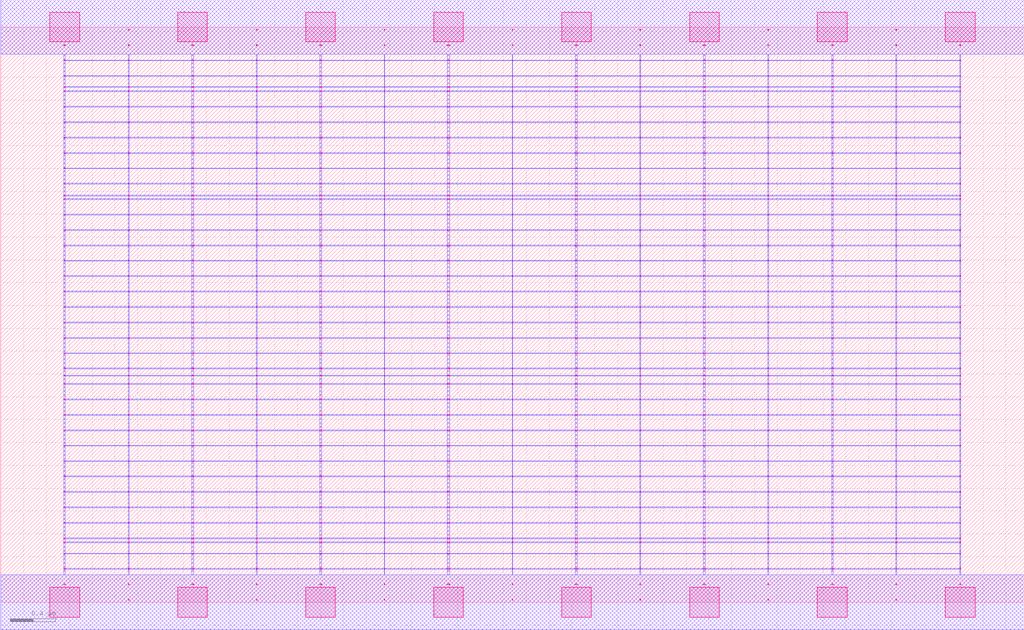
<source format=lef>
MACRO AAOAI2211_DEBUG
 CLASS CORE ;
 FOREIGN AAOAI2211_DEBUG 0 0 ;
 SIZE 8.96 BY 5.04 ;
 ORIGIN 0 0 ;
 SYMMETRY X Y R90 ;
 SITE unit ;

 OBS
    LAYER polycont ;
     RECT 4.47600000 2.58300000 4.48400000 2.59100000 ;
     RECT 4.47600000 2.71800000 4.48400000 2.72600000 ;
     RECT 4.47600000 2.85300000 4.48400000 2.86100000 ;
     RECT 4.47600000 2.98800000 4.48400000 2.99600000 ;
     RECT 6.71600000 2.58300000 6.72400000 2.59100000 ;
     RECT 7.27600000 2.58300000 7.28900000 2.59100000 ;
     RECT 7.83600000 2.58300000 7.84400000 2.59100000 ;
     RECT 8.39600000 2.58300000 8.40400000 2.59100000 ;
     RECT 5.03100000 2.58300000 5.04900000 2.59100000 ;
     RECT 5.03100000 2.71800000 5.04900000 2.72600000 ;
     RECT 5.59600000 2.71800000 5.60400000 2.72600000 ;
     RECT 6.15100000 2.71800000 6.16900000 2.72600000 ;
     RECT 6.71600000 2.71800000 6.72400000 2.72600000 ;
     RECT 7.27600000 2.71800000 7.28900000 2.72600000 ;
     RECT 7.83600000 2.71800000 7.84400000 2.72600000 ;
     RECT 8.39600000 2.71800000 8.40400000 2.72600000 ;
     RECT 5.59600000 2.58300000 5.60400000 2.59100000 ;
     RECT 5.03100000 2.85300000 5.04900000 2.86100000 ;
     RECT 5.59600000 2.85300000 5.60400000 2.86100000 ;
     RECT 6.15100000 2.85300000 6.16900000 2.86100000 ;
     RECT 6.71600000 2.85300000 6.72400000 2.86100000 ;
     RECT 7.27600000 2.85300000 7.28900000 2.86100000 ;
     RECT 7.83600000 2.85300000 7.84400000 2.86100000 ;
     RECT 8.39600000 2.85300000 8.40400000 2.86100000 ;
     RECT 6.15100000 2.58300000 6.16900000 2.59100000 ;
     RECT 5.03100000 2.98800000 5.04900000 2.99600000 ;
     RECT 5.59600000 2.98800000 5.60400000 2.99600000 ;
     RECT 6.15100000 2.98800000 6.16900000 2.99600000 ;
     RECT 6.71600000 2.98800000 6.72400000 2.99600000 ;
     RECT 7.27600000 2.98800000 7.28900000 2.99600000 ;
     RECT 7.83600000 2.98800000 7.84400000 2.99600000 ;
     RECT 8.39600000 2.98800000 8.40400000 2.99600000 ;
     RECT 7.83600000 3.12300000 7.84400000 3.13100000 ;
     RECT 8.39600000 3.12300000 8.40400000 3.13100000 ;
     RECT 7.83600000 3.25800000 7.84400000 3.26600000 ;
     RECT 8.39600000 3.25800000 8.40400000 3.26600000 ;
     RECT 7.83600000 3.39300000 7.84400000 3.40100000 ;
     RECT 8.39600000 3.39300000 8.40400000 3.40100000 ;
     RECT 7.83600000 3.52800000 7.84400000 3.53600000 ;
     RECT 8.39600000 3.52800000 8.40400000 3.53600000 ;
     RECT 7.83600000 3.56100000 7.84400000 3.56900000 ;
     RECT 8.39600000 3.56100000 8.40400000 3.56900000 ;
     RECT 7.83600000 3.66300000 7.84400000 3.67100000 ;
     RECT 8.39600000 3.66300000 8.40400000 3.67100000 ;
     RECT 7.83600000 3.79800000 7.84400000 3.80600000 ;
     RECT 8.39600000 3.79800000 8.40400000 3.80600000 ;
     RECT 7.83600000 3.93300000 7.84400000 3.94100000 ;
     RECT 8.39600000 3.93300000 8.40400000 3.94100000 ;
     RECT 7.83600000 4.06800000 7.84400000 4.07600000 ;
     RECT 8.39600000 4.06800000 8.40400000 4.07600000 ;
     RECT 7.83600000 4.20300000 7.84400000 4.21100000 ;
     RECT 8.39600000 4.20300000 8.40400000 4.21100000 ;
     RECT 7.83600000 4.33800000 7.84400000 4.34600000 ;
     RECT 8.39600000 4.33800000 8.40400000 4.34600000 ;
     RECT 7.83600000 4.47300000 7.84400000 4.48100000 ;
     RECT 8.39600000 4.47300000 8.40400000 4.48100000 ;
     RECT 7.83600000 4.51100000 7.84400000 4.51900000 ;
     RECT 8.39600000 4.51100000 8.40400000 4.51900000 ;
     RECT 7.83600000 4.60800000 7.84400000 4.61600000 ;
     RECT 8.39600000 4.60800000 8.40400000 4.61600000 ;
     RECT 7.83600000 4.74300000 7.84400000 4.75100000 ;
     RECT 8.39600000 4.74300000 8.40400000 4.75100000 ;
     RECT 7.83600000 4.87800000 7.84400000 4.88600000 ;
     RECT 8.39600000 4.87800000 8.40400000 4.88600000 ;
     RECT 3.91100000 2.85300000 3.92900000 2.86100000 ;
     RECT 1.11600000 2.71800000 1.12400000 2.72600000 ;
     RECT 1.67100000 2.71800000 1.68900000 2.72600000 ;
     RECT 2.23600000 2.71800000 2.24400000 2.72600000 ;
     RECT 2.79100000 2.71800000 2.80900000 2.72600000 ;
     RECT 3.35600000 2.71800000 3.36400000 2.72600000 ;
     RECT 3.91100000 2.71800000 3.92900000 2.72600000 ;
     RECT 1.11600000 2.58300000 1.12400000 2.59100000 ;
     RECT 1.67100000 2.58300000 1.68900000 2.59100000 ;
     RECT 0.55100000 2.98800000 0.56400000 2.99600000 ;
     RECT 1.11600000 2.98800000 1.12400000 2.99600000 ;
     RECT 1.67100000 2.98800000 1.68900000 2.99600000 ;
     RECT 2.23600000 2.98800000 2.24400000 2.99600000 ;
     RECT 2.79100000 2.98800000 2.80900000 2.99600000 ;
     RECT 3.35600000 2.98800000 3.36400000 2.99600000 ;
     RECT 3.91100000 2.98800000 3.92900000 2.99600000 ;
     RECT 2.23600000 2.58300000 2.24400000 2.59100000 ;
     RECT 2.79100000 2.58300000 2.80900000 2.59100000 ;
     RECT 3.35600000 2.58300000 3.36400000 2.59100000 ;
     RECT 3.91100000 2.58300000 3.92900000 2.59100000 ;
     RECT 0.55100000 2.58300000 0.56400000 2.59100000 ;
     RECT 0.55100000 2.71800000 0.56400000 2.72600000 ;
     RECT 0.55100000 2.85300000 0.56400000 2.86100000 ;
     RECT 1.11600000 2.85300000 1.12400000 2.86100000 ;
     RECT 1.67100000 2.85300000 1.68900000 2.86100000 ;
     RECT 2.23600000 2.85300000 2.24400000 2.86100000 ;
     RECT 2.79100000 2.85300000 2.80900000 2.86100000 ;
     RECT 3.35600000 2.85300000 3.36400000 2.86100000 ;
     RECT 3.35600000 1.63800000 3.36400000 1.64600000 ;
     RECT 3.35600000 1.77300000 3.36400000 1.78100000 ;
     RECT 3.35600000 1.90800000 3.36400000 1.91600000 ;
     RECT 3.35600000 1.98100000 3.36400000 1.98900000 ;
     RECT 3.35600000 2.04300000 3.36400000 2.05100000 ;
     RECT 3.35600000 2.17800000 3.36400000 2.18600000 ;
     RECT 3.35600000 2.31300000 3.36400000 2.32100000 ;
     RECT 3.35600000 2.44800000 3.36400000 2.45600000 ;
     RECT 3.35600000 0.15300000 3.36400000 0.16100000 ;
     RECT 3.35600000 0.28800000 3.36400000 0.29600000 ;
     RECT 3.35600000 0.42300000 3.36400000 0.43100000 ;
     RECT 3.35600000 0.52100000 3.36400000 0.52900000 ;
     RECT 3.35600000 0.55800000 3.36400000 0.56600000 ;
     RECT 3.35600000 0.69300000 3.36400000 0.70100000 ;
     RECT 3.35600000 0.82800000 3.36400000 0.83600000 ;
     RECT 3.35600000 0.96300000 3.36400000 0.97100000 ;
     RECT 3.35600000 1.09800000 3.36400000 1.10600000 ;
     RECT 3.35600000 1.23300000 3.36400000 1.24100000 ;
     RECT 3.35600000 1.36800000 3.36400000 1.37600000 ;
     RECT 3.35600000 1.50300000 3.36400000 1.51100000 ;

    LAYER pdiffc ;
     RECT 0.55100000 3.39300000 0.55900000 3.40100000 ;
     RECT 7.28100000 3.39300000 7.28900000 3.40100000 ;
     RECT 0.55100000 3.52800000 0.55900000 3.53600000 ;
     RECT 7.28100000 3.52800000 7.28900000 3.53600000 ;
     RECT 0.55100000 3.56100000 0.55900000 3.56900000 ;
     RECT 7.28100000 3.56100000 7.28900000 3.56900000 ;
     RECT 0.55100000 3.66300000 0.55900000 3.67100000 ;
     RECT 7.28100000 3.66300000 7.28900000 3.67100000 ;
     RECT 0.55100000 3.79800000 0.55900000 3.80600000 ;
     RECT 7.28100000 3.79800000 7.28900000 3.80600000 ;
     RECT 0.55100000 3.93300000 0.55900000 3.94100000 ;
     RECT 7.28100000 3.93300000 7.28900000 3.94100000 ;
     RECT 0.55100000 4.06800000 0.55900000 4.07600000 ;
     RECT 7.28100000 4.06800000 7.28900000 4.07600000 ;
     RECT 0.55100000 4.20300000 0.55900000 4.21100000 ;
     RECT 7.28100000 4.20300000 7.28900000 4.21100000 ;
     RECT 0.55100000 4.33800000 0.55900000 4.34600000 ;
     RECT 7.28100000 4.33800000 7.28900000 4.34600000 ;
     RECT 0.55100000 4.47300000 0.55900000 4.48100000 ;
     RECT 7.28100000 4.47300000 7.28900000 4.48100000 ;
     RECT 0.55100000 4.51100000 0.55900000 4.51900000 ;
     RECT 7.28100000 4.51100000 7.28900000 4.51900000 ;
     RECT 0.55100000 4.60800000 0.55900000 4.61600000 ;
     RECT 7.28100000 4.60800000 7.28900000 4.61600000 ;

    LAYER ndiffc ;
     RECT 5.03100000 0.42300000 5.04900000 0.43100000 ;
     RECT 6.15100000 0.42300000 6.16900000 0.43100000 ;
     RECT 7.27600000 0.42300000 7.28900000 0.43100000 ;
     RECT 8.39600000 0.42300000 8.40400000 0.43100000 ;
     RECT 5.03100000 0.52100000 5.04900000 0.52900000 ;
     RECT 6.15100000 0.52100000 6.16900000 0.52900000 ;
     RECT 7.27600000 0.52100000 7.28900000 0.52900000 ;
     RECT 8.39600000 0.52100000 8.40400000 0.52900000 ;
     RECT 5.03100000 0.55800000 5.04900000 0.56600000 ;
     RECT 6.15100000 0.55800000 6.16900000 0.56600000 ;
     RECT 7.27600000 0.55800000 7.28900000 0.56600000 ;
     RECT 8.39600000 0.55800000 8.40400000 0.56600000 ;
     RECT 5.03100000 0.69300000 5.04900000 0.70100000 ;
     RECT 6.15100000 0.69300000 6.16900000 0.70100000 ;
     RECT 7.27600000 0.69300000 7.28900000 0.70100000 ;
     RECT 8.39600000 0.69300000 8.40400000 0.70100000 ;
     RECT 5.03100000 0.82800000 5.04900000 0.83600000 ;
     RECT 6.15100000 0.82800000 6.16900000 0.83600000 ;
     RECT 7.27600000 0.82800000 7.28900000 0.83600000 ;
     RECT 8.39600000 0.82800000 8.40400000 0.83600000 ;
     RECT 5.03100000 0.96300000 5.04900000 0.97100000 ;
     RECT 6.15100000 0.96300000 6.16900000 0.97100000 ;
     RECT 7.27600000 0.96300000 7.28900000 0.97100000 ;
     RECT 8.39600000 0.96300000 8.40400000 0.97100000 ;
     RECT 5.03100000 1.09800000 5.04900000 1.10600000 ;
     RECT 6.15100000 1.09800000 6.16900000 1.10600000 ;
     RECT 7.27600000 1.09800000 7.28900000 1.10600000 ;
     RECT 8.39600000 1.09800000 8.40400000 1.10600000 ;
     RECT 5.03100000 1.23300000 5.04900000 1.24100000 ;
     RECT 6.15100000 1.23300000 6.16900000 1.24100000 ;
     RECT 7.27600000 1.23300000 7.28900000 1.24100000 ;
     RECT 8.39600000 1.23300000 8.40400000 1.24100000 ;
     RECT 5.03100000 1.36800000 5.04900000 1.37600000 ;
     RECT 6.15100000 1.36800000 6.16900000 1.37600000 ;
     RECT 7.27600000 1.36800000 7.28900000 1.37600000 ;
     RECT 8.39600000 1.36800000 8.40400000 1.37600000 ;
     RECT 5.03100000 1.50300000 5.04900000 1.51100000 ;
     RECT 6.15100000 1.50300000 6.16900000 1.51100000 ;
     RECT 7.27600000 1.50300000 7.28900000 1.51100000 ;
     RECT 8.39600000 1.50300000 8.40400000 1.51100000 ;
     RECT 5.03100000 1.63800000 5.04900000 1.64600000 ;
     RECT 6.15100000 1.63800000 6.16900000 1.64600000 ;
     RECT 7.27600000 1.63800000 7.28900000 1.64600000 ;
     RECT 8.39600000 1.63800000 8.40400000 1.64600000 ;
     RECT 5.03100000 1.77300000 5.04900000 1.78100000 ;
     RECT 6.15100000 1.77300000 6.16900000 1.78100000 ;
     RECT 7.27600000 1.77300000 7.28900000 1.78100000 ;
     RECT 8.39600000 1.77300000 8.40400000 1.78100000 ;
     RECT 5.03100000 1.90800000 5.04900000 1.91600000 ;
     RECT 6.15100000 1.90800000 6.16900000 1.91600000 ;
     RECT 7.27600000 1.90800000 7.28900000 1.91600000 ;
     RECT 8.39600000 1.90800000 8.40400000 1.91600000 ;
     RECT 5.03100000 1.98100000 5.04900000 1.98900000 ;
     RECT 6.15100000 1.98100000 6.16900000 1.98900000 ;
     RECT 7.27600000 1.98100000 7.28900000 1.98900000 ;
     RECT 8.39600000 1.98100000 8.40400000 1.98900000 ;
     RECT 5.03100000 2.04300000 5.04900000 2.05100000 ;
     RECT 6.15100000 2.04300000 6.16900000 2.05100000 ;
     RECT 7.27600000 2.04300000 7.28900000 2.05100000 ;
     RECT 8.39600000 2.04300000 8.40400000 2.05100000 ;
     RECT 0.55100000 0.42300000 0.56400000 0.43100000 ;
     RECT 1.67100000 0.42300000 1.68900000 0.43100000 ;
     RECT 2.79100000 0.42300000 2.80900000 0.43100000 ;
     RECT 3.91100000 0.42300000 3.92900000 0.43100000 ;
     RECT 0.55100000 1.36800000 0.56400000 1.37600000 ;
     RECT 1.67100000 1.36800000 1.68900000 1.37600000 ;
     RECT 2.79100000 1.36800000 2.80900000 1.37600000 ;
     RECT 3.91100000 1.36800000 3.92900000 1.37600000 ;
     RECT 0.55100000 0.82800000 0.56400000 0.83600000 ;
     RECT 1.67100000 0.82800000 1.68900000 0.83600000 ;
     RECT 2.79100000 0.82800000 2.80900000 0.83600000 ;
     RECT 3.91100000 0.82800000 3.92900000 0.83600000 ;
     RECT 0.55100000 1.50300000 0.56400000 1.51100000 ;
     RECT 1.67100000 1.50300000 1.68900000 1.51100000 ;
     RECT 2.79100000 1.50300000 2.80900000 1.51100000 ;
     RECT 3.91100000 1.50300000 3.92900000 1.51100000 ;
     RECT 0.55100000 0.55800000 0.56400000 0.56600000 ;
     RECT 1.67100000 0.55800000 1.68900000 0.56600000 ;
     RECT 2.79100000 0.55800000 2.80900000 0.56600000 ;
     RECT 3.91100000 0.55800000 3.92900000 0.56600000 ;
     RECT 0.55100000 1.63800000 0.56400000 1.64600000 ;
     RECT 1.67100000 1.63800000 1.68900000 1.64600000 ;
     RECT 2.79100000 1.63800000 2.80900000 1.64600000 ;
     RECT 3.91100000 1.63800000 3.92900000 1.64600000 ;
     RECT 0.55100000 0.96300000 0.56400000 0.97100000 ;
     RECT 1.67100000 0.96300000 1.68900000 0.97100000 ;
     RECT 2.79100000 0.96300000 2.80900000 0.97100000 ;
     RECT 3.91100000 0.96300000 3.92900000 0.97100000 ;
     RECT 0.55100000 1.77300000 0.56400000 1.78100000 ;
     RECT 1.67100000 1.77300000 1.68900000 1.78100000 ;
     RECT 2.79100000 1.77300000 2.80900000 1.78100000 ;
     RECT 3.91100000 1.77300000 3.92900000 1.78100000 ;
     RECT 0.55100000 0.52100000 0.56400000 0.52900000 ;
     RECT 1.67100000 0.52100000 1.68900000 0.52900000 ;
     RECT 2.79100000 0.52100000 2.80900000 0.52900000 ;
     RECT 3.91100000 0.52100000 3.92900000 0.52900000 ;
     RECT 0.55100000 1.90800000 0.56400000 1.91600000 ;
     RECT 1.67100000 1.90800000 1.68900000 1.91600000 ;
     RECT 2.79100000 1.90800000 2.80900000 1.91600000 ;
     RECT 3.91100000 1.90800000 3.92900000 1.91600000 ;
     RECT 0.55100000 1.09800000 0.56400000 1.10600000 ;
     RECT 1.67100000 1.09800000 1.68900000 1.10600000 ;
     RECT 2.79100000 1.09800000 2.80900000 1.10600000 ;
     RECT 3.91100000 1.09800000 3.92900000 1.10600000 ;
     RECT 0.55100000 1.98100000 0.56400000 1.98900000 ;
     RECT 1.67100000 1.98100000 1.68900000 1.98900000 ;
     RECT 2.79100000 1.98100000 2.80900000 1.98900000 ;
     RECT 3.91100000 1.98100000 3.92900000 1.98900000 ;
     RECT 0.55100000 0.69300000 0.56400000 0.70100000 ;
     RECT 1.67100000 0.69300000 1.68900000 0.70100000 ;
     RECT 2.79100000 0.69300000 2.80900000 0.70100000 ;
     RECT 3.91100000 0.69300000 3.92900000 0.70100000 ;
     RECT 0.55100000 2.04300000 0.56400000 2.05100000 ;
     RECT 1.67100000 2.04300000 1.68900000 2.05100000 ;
     RECT 2.79100000 2.04300000 2.80900000 2.05100000 ;
     RECT 3.91100000 2.04300000 3.92900000 2.05100000 ;
     RECT 0.55100000 1.23300000 0.56400000 1.24100000 ;
     RECT 1.67100000 1.23300000 1.68900000 1.24100000 ;
     RECT 2.79100000 1.23300000 2.80900000 1.24100000 ;
     RECT 3.91100000 1.23300000 3.92900000 1.24100000 ;

    LAYER met1 ;
     RECT 0.00000000 -0.24000000 8.96000000 0.24000000 ;
     RECT 4.47600000 0.24000000 4.48400000 0.28800000 ;
     RECT 0.55100000 0.28800000 8.40400000 0.29600000 ;
     RECT 4.47600000 0.29600000 4.48400000 0.42300000 ;
     RECT 0.55100000 0.42300000 8.40400000 0.43100000 ;
     RECT 4.47600000 0.43100000 4.48400000 0.52100000 ;
     RECT 0.55100000 0.52100000 8.40400000 0.52900000 ;
     RECT 4.47600000 0.52900000 4.48400000 0.55800000 ;
     RECT 0.55100000 0.55800000 8.40400000 0.56600000 ;
     RECT 4.47600000 0.56600000 4.48400000 0.69300000 ;
     RECT 0.55100000 0.69300000 8.40400000 0.70100000 ;
     RECT 4.47600000 0.70100000 4.48400000 0.82800000 ;
     RECT 0.55100000 0.82800000 8.40400000 0.83600000 ;
     RECT 4.47600000 0.83600000 4.48400000 0.96300000 ;
     RECT 0.55100000 0.96300000 8.40400000 0.97100000 ;
     RECT 4.47600000 0.97100000 4.48400000 1.09800000 ;
     RECT 0.55100000 1.09800000 8.40400000 1.10600000 ;
     RECT 4.47600000 1.10600000 4.48400000 1.23300000 ;
     RECT 0.55100000 1.23300000 8.40400000 1.24100000 ;
     RECT 4.47600000 1.24100000 4.48400000 1.36800000 ;
     RECT 0.55100000 1.36800000 8.40400000 1.37600000 ;
     RECT 4.47600000 1.37600000 4.48400000 1.50300000 ;
     RECT 0.55100000 1.50300000 8.40400000 1.51100000 ;
     RECT 4.47600000 1.51100000 4.48400000 1.63800000 ;
     RECT 0.55100000 1.63800000 8.40400000 1.64600000 ;
     RECT 4.47600000 1.64600000 4.48400000 1.77300000 ;
     RECT 0.55100000 1.77300000 8.40400000 1.78100000 ;
     RECT 4.47600000 1.78100000 4.48400000 1.90800000 ;
     RECT 0.55100000 1.90800000 8.40400000 1.91600000 ;
     RECT 4.47600000 1.91600000 4.48400000 1.98100000 ;
     RECT 0.55100000 1.98100000 8.40400000 1.98900000 ;
     RECT 4.47600000 1.98900000 4.48400000 2.04300000 ;
     RECT 0.55100000 2.04300000 8.40400000 2.05100000 ;
     RECT 4.47600000 2.05100000 4.48400000 2.17800000 ;
     RECT 0.55100000 2.17800000 8.40400000 2.18600000 ;
     RECT 4.47600000 2.18600000 4.48400000 2.31300000 ;
     RECT 0.55100000 2.31300000 8.40400000 2.32100000 ;
     RECT 4.47600000 2.32100000 4.48400000 2.44800000 ;
     RECT 0.55100000 2.44800000 8.40400000 2.45600000 ;
     RECT 0.55100000 2.45600000 0.56400000 2.58300000 ;
     RECT 1.11600000 2.45600000 1.12400000 2.58300000 ;
     RECT 1.67100000 2.45600000 1.68900000 2.58300000 ;
     RECT 2.23600000 2.45600000 2.24400000 2.58300000 ;
     RECT 2.79100000 2.45600000 2.80900000 2.58300000 ;
     RECT 3.35600000 2.45600000 3.36400000 2.58300000 ;
     RECT 3.91100000 2.45600000 3.92900000 2.58300000 ;
     RECT 4.47600000 2.45600000 4.48400000 2.58300000 ;
     RECT 5.03100000 2.45600000 5.04900000 2.58300000 ;
     RECT 5.59600000 2.45600000 5.60400000 2.58300000 ;
     RECT 6.15100000 2.45600000 6.16900000 2.58300000 ;
     RECT 6.71600000 2.45600000 6.72400000 2.58300000 ;
     RECT 7.27600000 2.45600000 7.28900000 2.58300000 ;
     RECT 7.83600000 2.45600000 7.84400000 2.58300000 ;
     RECT 8.39600000 2.45600000 8.40400000 2.58300000 ;
     RECT 0.55100000 2.58300000 8.40400000 2.59100000 ;
     RECT 4.47600000 2.59100000 4.48400000 2.71800000 ;
     RECT 0.55100000 2.71800000 8.40400000 2.72600000 ;
     RECT 4.47600000 2.72600000 4.48400000 2.85300000 ;
     RECT 0.55100000 2.85300000 8.40400000 2.86100000 ;
     RECT 4.47600000 2.86100000 4.48400000 2.98800000 ;
     RECT 0.55100000 2.98800000 8.40400000 2.99600000 ;
     RECT 4.47600000 2.99600000 4.48400000 3.12300000 ;
     RECT 0.55100000 3.12300000 8.40400000 3.13100000 ;
     RECT 4.47600000 3.13100000 4.48400000 3.25800000 ;
     RECT 0.55100000 3.25800000 8.40400000 3.26600000 ;
     RECT 4.47600000 3.26600000 4.48400000 3.39300000 ;
     RECT 0.55100000 3.39300000 8.40400000 3.40100000 ;
     RECT 4.47600000 3.40100000 4.48400000 3.52800000 ;
     RECT 0.55100000 3.52800000 8.40400000 3.53600000 ;
     RECT 4.47600000 3.53600000 4.48400000 3.56100000 ;
     RECT 0.55100000 3.56100000 8.40400000 3.56900000 ;
     RECT 4.47600000 3.56900000 4.48400000 3.66300000 ;
     RECT 0.55100000 3.66300000 8.40400000 3.67100000 ;
     RECT 4.47600000 3.67100000 4.48400000 3.79800000 ;
     RECT 0.55100000 3.79800000 8.40400000 3.80600000 ;
     RECT 4.47600000 3.80600000 4.48400000 3.93300000 ;
     RECT 0.55100000 3.93300000 8.40400000 3.94100000 ;
     RECT 4.47600000 3.94100000 4.48400000 4.06800000 ;
     RECT 0.55100000 4.06800000 8.40400000 4.07600000 ;
     RECT 4.47600000 4.07600000 4.48400000 4.20300000 ;
     RECT 0.55100000 4.20300000 8.40400000 4.21100000 ;
     RECT 4.47600000 4.21100000 4.48400000 4.33800000 ;
     RECT 0.55100000 4.33800000 8.40400000 4.34600000 ;
     RECT 4.47600000 4.34600000 4.48400000 4.47300000 ;
     RECT 0.55100000 4.47300000 8.40400000 4.48100000 ;
     RECT 4.47600000 4.48100000 4.48400000 4.51100000 ;
     RECT 0.55100000 4.51100000 8.40400000 4.51900000 ;
     RECT 4.47600000 4.51900000 4.48400000 4.60800000 ;
     RECT 0.55100000 4.60800000 8.40400000 4.61600000 ;
     RECT 4.47600000 4.61600000 4.48400000 4.74300000 ;
     RECT 0.55100000 4.74300000 8.40400000 4.75100000 ;
     RECT 4.47600000 4.75100000 4.48400000 4.80000000 ;
     RECT 0.00000000 4.80000000 8.96000000 5.28000000 ;
     RECT 6.71600000 3.13100000 6.72400000 3.25800000 ;
     RECT 6.71600000 3.26600000 6.72400000 3.39300000 ;
     RECT 6.71600000 3.40100000 6.72400000 3.52800000 ;
     RECT 6.71600000 2.72600000 6.72400000 2.85300000 ;
     RECT 6.71600000 3.53600000 6.72400000 3.56100000 ;
     RECT 6.71600000 3.56900000 6.72400000 3.66300000 ;
     RECT 6.71600000 2.59100000 6.72400000 2.71800000 ;
     RECT 6.71600000 3.67100000 6.72400000 3.79800000 ;
     RECT 5.03100000 3.80600000 5.04900000 3.93300000 ;
     RECT 5.59600000 3.80600000 5.60400000 3.93300000 ;
     RECT 6.15100000 3.80600000 6.16900000 3.93300000 ;
     RECT 6.71600000 3.80600000 6.72400000 3.93300000 ;
     RECT 7.27600000 3.80600000 7.28900000 3.93300000 ;
     RECT 7.83600000 3.80600000 7.84400000 3.93300000 ;
     RECT 8.39600000 3.80600000 8.40400000 3.93300000 ;
     RECT 6.71600000 2.86100000 6.72400000 2.98800000 ;
     RECT 6.71600000 3.94100000 6.72400000 4.06800000 ;
     RECT 6.71600000 4.07600000 6.72400000 4.20300000 ;
     RECT 6.71600000 4.21100000 6.72400000 4.33800000 ;
     RECT 6.71600000 4.34600000 6.72400000 4.47300000 ;
     RECT 6.71600000 4.48100000 6.72400000 4.51100000 ;
     RECT 6.71600000 2.99600000 6.72400000 3.12300000 ;
     RECT 6.71600000 4.51900000 6.72400000 4.60800000 ;
     RECT 6.71600000 4.61600000 6.72400000 4.74300000 ;
     RECT 6.71600000 4.75100000 6.72400000 4.80000000 ;
     RECT 7.27600000 4.21100000 7.28900000 4.33800000 ;
     RECT 7.83600000 4.21100000 7.84400000 4.33800000 ;
     RECT 8.39600000 4.21100000 8.40400000 4.33800000 ;
     RECT 8.39600000 3.94100000 8.40400000 4.06800000 ;
     RECT 7.27600000 4.34600000 7.28900000 4.47300000 ;
     RECT 7.83600000 4.34600000 7.84400000 4.47300000 ;
     RECT 8.39600000 4.34600000 8.40400000 4.47300000 ;
     RECT 7.27600000 3.94100000 7.28900000 4.06800000 ;
     RECT 7.27600000 4.48100000 7.28900000 4.51100000 ;
     RECT 7.83600000 4.48100000 7.84400000 4.51100000 ;
     RECT 8.39600000 4.48100000 8.40400000 4.51100000 ;
     RECT 7.27600000 4.07600000 7.28900000 4.20300000 ;
     RECT 7.83600000 4.07600000 7.84400000 4.20300000 ;
     RECT 7.27600000 4.51900000 7.28900000 4.60800000 ;
     RECT 7.83600000 4.51900000 7.84400000 4.60800000 ;
     RECT 8.39600000 4.51900000 8.40400000 4.60800000 ;
     RECT 8.39600000 4.07600000 8.40400000 4.20300000 ;
     RECT 7.27600000 4.61600000 7.28900000 4.74300000 ;
     RECT 7.83600000 4.61600000 7.84400000 4.74300000 ;
     RECT 8.39600000 4.61600000 8.40400000 4.74300000 ;
     RECT 7.83600000 3.94100000 7.84400000 4.06800000 ;
     RECT 7.27600000 4.75100000 7.28900000 4.80000000 ;
     RECT 7.83600000 4.75100000 7.84400000 4.80000000 ;
     RECT 8.39600000 4.75100000 8.40400000 4.80000000 ;
     RECT 6.15100000 4.07600000 6.16900000 4.20300000 ;
     RECT 5.59600000 3.94100000 5.60400000 4.06800000 ;
     RECT 6.15100000 3.94100000 6.16900000 4.06800000 ;
     RECT 5.03100000 4.51900000 5.04900000 4.60800000 ;
     RECT 5.59600000 4.51900000 5.60400000 4.60800000 ;
     RECT 6.15100000 4.51900000 6.16900000 4.60800000 ;
     RECT 5.03100000 4.34600000 5.04900000 4.47300000 ;
     RECT 5.59600000 4.34600000 5.60400000 4.47300000 ;
     RECT 6.15100000 4.34600000 6.16900000 4.47300000 ;
     RECT 5.03100000 3.94100000 5.04900000 4.06800000 ;
     RECT 5.03100000 4.61600000 5.04900000 4.74300000 ;
     RECT 5.59600000 4.61600000 5.60400000 4.74300000 ;
     RECT 6.15100000 4.61600000 6.16900000 4.74300000 ;
     RECT 5.03100000 4.07600000 5.04900000 4.20300000 ;
     RECT 5.03100000 4.21100000 5.04900000 4.33800000 ;
     RECT 5.59600000 4.21100000 5.60400000 4.33800000 ;
     RECT 5.03100000 4.48100000 5.04900000 4.51100000 ;
     RECT 5.03100000 4.75100000 5.04900000 4.80000000 ;
     RECT 5.59600000 4.75100000 5.60400000 4.80000000 ;
     RECT 6.15100000 4.75100000 6.16900000 4.80000000 ;
     RECT 5.59600000 4.48100000 5.60400000 4.51100000 ;
     RECT 6.15100000 4.48100000 6.16900000 4.51100000 ;
     RECT 6.15100000 4.21100000 6.16900000 4.33800000 ;
     RECT 5.59600000 4.07600000 5.60400000 4.20300000 ;
     RECT 5.03100000 3.56900000 5.04900000 3.66300000 ;
     RECT 5.59600000 3.56900000 5.60400000 3.66300000 ;
     RECT 6.15100000 3.56900000 6.16900000 3.66300000 ;
     RECT 5.03100000 3.26600000 5.04900000 3.39300000 ;
     RECT 6.15100000 2.59100000 6.16900000 2.71800000 ;
     RECT 5.59600000 3.26600000 5.60400000 3.39300000 ;
     RECT 5.03100000 3.67100000 5.04900000 3.79800000 ;
     RECT 5.59600000 3.67100000 5.60400000 3.79800000 ;
     RECT 6.15100000 3.67100000 6.16900000 3.79800000 ;
     RECT 6.15100000 3.26600000 6.16900000 3.39300000 ;
     RECT 5.03100000 2.86100000 5.04900000 2.98800000 ;
     RECT 5.59600000 2.86100000 5.60400000 2.98800000 ;
     RECT 6.15100000 3.13100000 6.16900000 3.25800000 ;
     RECT 5.59600000 2.72600000 5.60400000 2.85300000 ;
     RECT 6.15100000 2.72600000 6.16900000 2.85300000 ;
     RECT 5.03100000 3.40100000 5.04900000 3.52800000 ;
     RECT 5.59600000 3.40100000 5.60400000 3.52800000 ;
     RECT 5.03100000 2.99600000 5.04900000 3.12300000 ;
     RECT 6.15100000 3.40100000 6.16900000 3.52800000 ;
     RECT 5.59600000 3.13100000 5.60400000 3.25800000 ;
     RECT 6.15100000 2.86100000 6.16900000 2.98800000 ;
     RECT 5.03100000 2.59100000 5.04900000 2.71800000 ;
     RECT 5.59600000 2.59100000 5.60400000 2.71800000 ;
     RECT 5.03100000 3.53600000 5.04900000 3.56100000 ;
     RECT 5.59600000 3.53600000 5.60400000 3.56100000 ;
     RECT 6.15100000 3.53600000 6.16900000 3.56100000 ;
     RECT 5.59600000 2.99600000 5.60400000 3.12300000 ;
     RECT 6.15100000 2.99600000 6.16900000 3.12300000 ;
     RECT 5.03100000 2.72600000 5.04900000 2.85300000 ;
     RECT 5.03100000 3.13100000 5.04900000 3.25800000 ;
     RECT 7.83600000 2.72600000 7.84400000 2.85300000 ;
     RECT 8.39600000 2.86100000 8.40400000 2.98800000 ;
     RECT 7.27600000 2.59100000 7.28900000 2.71800000 ;
     RECT 7.27600000 2.99600000 7.28900000 3.12300000 ;
     RECT 8.39600000 2.72600000 8.40400000 2.85300000 ;
     RECT 8.39600000 3.26600000 8.40400000 3.39300000 ;
     RECT 7.27600000 3.40100000 7.28900000 3.52800000 ;
     RECT 7.83600000 3.40100000 7.84400000 3.52800000 ;
     RECT 8.39600000 3.40100000 8.40400000 3.52800000 ;
     RECT 7.27600000 3.56900000 7.28900000 3.66300000 ;
     RECT 7.83600000 3.56900000 7.84400000 3.66300000 ;
     RECT 7.83600000 2.99600000 7.84400000 3.12300000 ;
     RECT 8.39600000 2.99600000 8.40400000 3.12300000 ;
     RECT 7.83600000 2.59100000 7.84400000 2.71800000 ;
     RECT 8.39600000 3.56900000 8.40400000 3.66300000 ;
     RECT 7.27600000 3.13100000 7.28900000 3.25800000 ;
     RECT 7.27600000 2.72600000 7.28900000 2.85300000 ;
     RECT 7.83600000 3.13100000 7.84400000 3.25800000 ;
     RECT 8.39600000 3.13100000 8.40400000 3.25800000 ;
     RECT 7.27600000 3.26600000 7.28900000 3.39300000 ;
     RECT 8.39600000 2.59100000 8.40400000 2.71800000 ;
     RECT 7.83600000 3.26600000 7.84400000 3.39300000 ;
     RECT 7.27600000 2.86100000 7.28900000 2.98800000 ;
     RECT 7.83600000 2.86100000 7.84400000 2.98800000 ;
     RECT 7.27600000 3.67100000 7.28900000 3.79800000 ;
     RECT 7.83600000 3.67100000 7.84400000 3.79800000 ;
     RECT 8.39600000 3.67100000 8.40400000 3.79800000 ;
     RECT 7.27600000 3.53600000 7.28900000 3.56100000 ;
     RECT 7.83600000 3.53600000 7.84400000 3.56100000 ;
     RECT 8.39600000 3.53600000 8.40400000 3.56100000 ;
     RECT 2.23600000 3.94100000 2.24400000 4.06800000 ;
     RECT 2.23600000 3.40100000 2.24400000 3.52800000 ;
     RECT 2.23600000 4.07600000 2.24400000 4.20300000 ;
     RECT 2.23600000 3.53600000 2.24400000 3.56100000 ;
     RECT 2.23600000 4.21100000 2.24400000 4.33800000 ;
     RECT 2.23600000 2.86100000 2.24400000 2.98800000 ;
     RECT 2.23600000 3.13100000 2.24400000 3.25800000 ;
     RECT 2.23600000 4.34600000 2.24400000 4.47300000 ;
     RECT 2.23600000 3.56900000 2.24400000 3.66300000 ;
     RECT 2.23600000 4.48100000 2.24400000 4.51100000 ;
     RECT 2.23600000 2.72600000 2.24400000 2.85300000 ;
     RECT 2.23600000 4.51900000 2.24400000 4.60800000 ;
     RECT 2.23600000 3.67100000 2.24400000 3.79800000 ;
     RECT 2.23600000 4.61600000 2.24400000 4.74300000 ;
     RECT 2.23600000 3.26600000 2.24400000 3.39300000 ;
     RECT 2.23600000 2.59100000 2.24400000 2.71800000 ;
     RECT 0.55100000 3.80600000 0.56400000 3.93300000 ;
     RECT 1.11600000 3.80600000 1.12400000 3.93300000 ;
     RECT 2.23600000 4.75100000 2.24400000 4.80000000 ;
     RECT 1.67100000 3.80600000 1.68900000 3.93300000 ;
     RECT 2.23600000 3.80600000 2.24400000 3.93300000 ;
     RECT 2.79100000 3.80600000 2.80900000 3.93300000 ;
     RECT 3.35600000 3.80600000 3.36400000 3.93300000 ;
     RECT 3.91100000 3.80600000 3.92900000 3.93300000 ;
     RECT 2.23600000 2.99600000 2.24400000 3.12300000 ;
     RECT 2.79100000 3.94100000 2.80900000 4.06800000 ;
     RECT 2.79100000 4.21100000 2.80900000 4.33800000 ;
     RECT 2.79100000 4.51900000 2.80900000 4.60800000 ;
     RECT 3.35600000 4.51900000 3.36400000 4.60800000 ;
     RECT 3.91100000 4.51900000 3.92900000 4.60800000 ;
     RECT 3.35600000 4.21100000 3.36400000 4.33800000 ;
     RECT 3.91100000 4.21100000 3.92900000 4.33800000 ;
     RECT 2.79100000 4.61600000 2.80900000 4.74300000 ;
     RECT 3.35600000 4.61600000 3.36400000 4.74300000 ;
     RECT 3.91100000 4.61600000 3.92900000 4.74300000 ;
     RECT 3.35600000 3.94100000 3.36400000 4.06800000 ;
     RECT 2.79100000 4.07600000 2.80900000 4.20300000 ;
     RECT 3.35600000 4.07600000 3.36400000 4.20300000 ;
     RECT 2.79100000 4.34600000 2.80900000 4.47300000 ;
     RECT 3.35600000 4.34600000 3.36400000 4.47300000 ;
     RECT 2.79100000 4.75100000 2.80900000 4.80000000 ;
     RECT 3.35600000 4.75100000 3.36400000 4.80000000 ;
     RECT 3.91100000 4.75100000 3.92900000 4.80000000 ;
     RECT 3.91100000 4.34600000 3.92900000 4.47300000 ;
     RECT 3.91100000 4.07600000 3.92900000 4.20300000 ;
     RECT 3.91100000 3.94100000 3.92900000 4.06800000 ;
     RECT 2.79100000 4.48100000 2.80900000 4.51100000 ;
     RECT 3.35600000 4.48100000 3.36400000 4.51100000 ;
     RECT 3.91100000 4.48100000 3.92900000 4.51100000 ;
     RECT 0.55100000 4.61600000 0.56400000 4.74300000 ;
     RECT 1.11600000 4.61600000 1.12400000 4.74300000 ;
     RECT 1.67100000 4.61600000 1.68900000 4.74300000 ;
     RECT 1.67100000 4.07600000 1.68900000 4.20300000 ;
     RECT 1.67100000 3.94100000 1.68900000 4.06800000 ;
     RECT 0.55100000 4.48100000 0.56400000 4.51100000 ;
     RECT 1.11600000 4.48100000 1.12400000 4.51100000 ;
     RECT 1.67100000 4.48100000 1.68900000 4.51100000 ;
     RECT 0.55100000 3.94100000 0.56400000 4.06800000 ;
     RECT 1.11600000 3.94100000 1.12400000 4.06800000 ;
     RECT 0.55100000 4.07600000 0.56400000 4.20300000 ;
     RECT 0.55100000 4.75100000 0.56400000 4.80000000 ;
     RECT 1.11600000 4.75100000 1.12400000 4.80000000 ;
     RECT 1.67100000 4.75100000 1.68900000 4.80000000 ;
     RECT 1.11600000 4.07600000 1.12400000 4.20300000 ;
     RECT 0.55100000 4.34600000 0.56400000 4.47300000 ;
     RECT 0.55100000 4.51900000 0.56400000 4.60800000 ;
     RECT 1.11600000 4.51900000 1.12400000 4.60800000 ;
     RECT 1.67100000 4.51900000 1.68900000 4.60800000 ;
     RECT 1.11600000 4.34600000 1.12400000 4.47300000 ;
     RECT 1.67100000 4.34600000 1.68900000 4.47300000 ;
     RECT 0.55100000 4.21100000 0.56400000 4.33800000 ;
     RECT 1.11600000 4.21100000 1.12400000 4.33800000 ;
     RECT 1.67100000 4.21100000 1.68900000 4.33800000 ;
     RECT 0.55100000 3.56900000 0.56400000 3.66300000 ;
     RECT 1.11600000 3.26600000 1.12400000 3.39300000 ;
     RECT 1.67100000 3.26600000 1.68900000 3.39300000 ;
     RECT 1.11600000 3.56900000 1.12400000 3.66300000 ;
     RECT 1.67100000 3.56900000 1.68900000 3.66300000 ;
     RECT 0.55100000 2.72600000 0.56400000 2.85300000 ;
     RECT 1.67100000 3.40100000 1.68900000 3.52800000 ;
     RECT 1.11600000 2.72600000 1.12400000 2.85300000 ;
     RECT 0.55100000 2.86100000 0.56400000 2.98800000 ;
     RECT 1.11600000 2.86100000 1.12400000 2.98800000 ;
     RECT 0.55100000 3.13100000 0.56400000 3.25800000 ;
     RECT 1.11600000 3.13100000 1.12400000 3.25800000 ;
     RECT 1.67100000 3.13100000 1.68900000 3.25800000 ;
     RECT 1.67100000 2.72600000 1.68900000 2.85300000 ;
     RECT 1.67100000 2.86100000 1.68900000 2.98800000 ;
     RECT 1.67100000 2.59100000 1.68900000 2.71800000 ;
     RECT 0.55100000 3.26600000 0.56400000 3.39300000 ;
     RECT 0.55100000 3.53600000 0.56400000 3.56100000 ;
     RECT 1.11600000 3.53600000 1.12400000 3.56100000 ;
     RECT 1.67100000 3.53600000 1.68900000 3.56100000 ;
     RECT 0.55100000 3.40100000 0.56400000 3.52800000 ;
     RECT 1.11600000 3.40100000 1.12400000 3.52800000 ;
     RECT 0.55100000 2.59100000 0.56400000 2.71800000 ;
     RECT 1.11600000 2.59100000 1.12400000 2.71800000 ;
     RECT 0.55100000 3.67100000 0.56400000 3.79800000 ;
     RECT 1.11600000 3.67100000 1.12400000 3.79800000 ;
     RECT 0.55100000 2.99600000 0.56400000 3.12300000 ;
     RECT 1.11600000 2.99600000 1.12400000 3.12300000 ;
     RECT 1.67100000 2.99600000 1.68900000 3.12300000 ;
     RECT 1.67100000 3.67100000 1.68900000 3.79800000 ;
     RECT 3.91100000 3.40100000 3.92900000 3.52800000 ;
     RECT 3.91100000 3.13100000 3.92900000 3.25800000 ;
     RECT 2.79100000 2.72600000 2.80900000 2.85300000 ;
     RECT 3.35600000 2.72600000 3.36400000 2.85300000 ;
     RECT 3.91100000 2.72600000 3.92900000 2.85300000 ;
     RECT 2.79100000 2.86100000 2.80900000 2.98800000 ;
     RECT 2.79100000 3.26600000 2.80900000 3.39300000 ;
     RECT 3.35600000 3.26600000 3.36400000 3.39300000 ;
     RECT 3.91100000 3.26600000 3.92900000 3.39300000 ;
     RECT 3.91100000 2.99600000 3.92900000 3.12300000 ;
     RECT 2.79100000 2.59100000 2.80900000 2.71800000 ;
     RECT 3.35600000 2.59100000 3.36400000 2.71800000 ;
     RECT 3.91100000 2.59100000 3.92900000 2.71800000 ;
     RECT 3.35600000 2.99600000 3.36400000 3.12300000 ;
     RECT 2.79100000 3.13100000 2.80900000 3.25800000 ;
     RECT 2.79100000 3.56900000 2.80900000 3.66300000 ;
     RECT 3.35600000 3.56900000 3.36400000 3.66300000 ;
     RECT 3.91100000 3.56900000 3.92900000 3.66300000 ;
     RECT 3.35600000 3.13100000 3.36400000 3.25800000 ;
     RECT 2.79100000 2.99600000 2.80900000 3.12300000 ;
     RECT 2.79100000 3.40100000 2.80900000 3.52800000 ;
     RECT 3.35600000 3.40100000 3.36400000 3.52800000 ;
     RECT 3.35600000 3.53600000 3.36400000 3.56100000 ;
     RECT 2.79100000 3.67100000 2.80900000 3.79800000 ;
     RECT 3.35600000 3.67100000 3.36400000 3.79800000 ;
     RECT 3.91100000 3.67100000 3.92900000 3.79800000 ;
     RECT 3.91100000 3.53600000 3.92900000 3.56100000 ;
     RECT 2.79100000 3.53600000 2.80900000 3.56100000 ;
     RECT 3.35600000 2.86100000 3.36400000 2.98800000 ;
     RECT 3.91100000 2.86100000 3.92900000 2.98800000 ;
     RECT 2.23600000 1.37600000 2.24400000 1.50300000 ;
     RECT 2.23600000 0.43100000 2.24400000 0.52100000 ;
     RECT 2.23600000 1.51100000 2.24400000 1.63800000 ;
     RECT 2.23600000 1.64600000 2.24400000 1.77300000 ;
     RECT 2.23600000 1.78100000 2.24400000 1.90800000 ;
     RECT 2.23600000 1.91600000 2.24400000 1.98100000 ;
     RECT 2.23600000 1.98900000 2.24400000 2.04300000 ;
     RECT 2.23600000 0.52900000 2.24400000 0.55800000 ;
     RECT 2.23600000 2.05100000 2.24400000 2.17800000 ;
     RECT 2.23600000 2.18600000 2.24400000 2.31300000 ;
     RECT 2.23600000 2.32100000 2.24400000 2.44800000 ;
     RECT 2.23600000 0.56600000 2.24400000 0.69300000 ;
     RECT 2.23600000 0.70100000 2.24400000 0.82800000 ;
     RECT 2.23600000 0.83600000 2.24400000 0.96300000 ;
     RECT 2.23600000 0.29600000 2.24400000 0.42300000 ;
     RECT 2.23600000 0.97100000 2.24400000 1.09800000 ;
     RECT 0.55100000 1.10600000 0.56400000 1.23300000 ;
     RECT 1.11600000 1.10600000 1.12400000 1.23300000 ;
     RECT 1.67100000 1.10600000 1.68900000 1.23300000 ;
     RECT 2.23600000 1.10600000 2.24400000 1.23300000 ;
     RECT 2.79100000 1.10600000 2.80900000 1.23300000 ;
     RECT 3.35600000 1.10600000 3.36400000 1.23300000 ;
     RECT 3.91100000 1.10600000 3.92900000 1.23300000 ;
     RECT 2.23600000 0.24000000 2.24400000 0.28800000 ;
     RECT 2.23600000 1.24100000 2.24400000 1.36800000 ;
     RECT 3.35600000 1.51100000 3.36400000 1.63800000 ;
     RECT 3.91100000 1.51100000 3.92900000 1.63800000 ;
     RECT 2.79100000 2.05100000 2.80900000 2.17800000 ;
     RECT 3.35600000 2.05100000 3.36400000 2.17800000 ;
     RECT 3.91100000 2.05100000 3.92900000 2.17800000 ;
     RECT 3.91100000 1.37600000 3.92900000 1.50300000 ;
     RECT 2.79100000 2.18600000 2.80900000 2.31300000 ;
     RECT 3.35600000 2.18600000 3.36400000 2.31300000 ;
     RECT 3.91100000 2.18600000 3.92900000 2.31300000 ;
     RECT 2.79100000 1.64600000 2.80900000 1.77300000 ;
     RECT 2.79100000 2.32100000 2.80900000 2.44800000 ;
     RECT 3.35600000 2.32100000 3.36400000 2.44800000 ;
     RECT 3.91100000 2.32100000 3.92900000 2.44800000 ;
     RECT 3.35600000 1.64600000 3.36400000 1.77300000 ;
     RECT 3.91100000 1.64600000 3.92900000 1.77300000 ;
     RECT 2.79100000 1.37600000 2.80900000 1.50300000 ;
     RECT 2.79100000 1.78100000 2.80900000 1.90800000 ;
     RECT 3.35600000 1.78100000 3.36400000 1.90800000 ;
     RECT 3.91100000 1.78100000 3.92900000 1.90800000 ;
     RECT 3.35600000 1.37600000 3.36400000 1.50300000 ;
     RECT 2.79100000 1.91600000 2.80900000 1.98100000 ;
     RECT 3.35600000 1.91600000 3.36400000 1.98100000 ;
     RECT 3.91100000 1.91600000 3.92900000 1.98100000 ;
     RECT 2.79100000 1.51100000 2.80900000 1.63800000 ;
     RECT 2.79100000 1.98900000 2.80900000 2.04300000 ;
     RECT 3.35600000 1.98900000 3.36400000 2.04300000 ;
     RECT 3.91100000 1.98900000 3.92900000 2.04300000 ;
     RECT 2.79100000 1.24100000 2.80900000 1.36800000 ;
     RECT 3.35600000 1.24100000 3.36400000 1.36800000 ;
     RECT 3.91100000 1.24100000 3.92900000 1.36800000 ;
     RECT 0.55100000 1.78100000 0.56400000 1.90800000 ;
     RECT 0.55100000 2.32100000 0.56400000 2.44800000 ;
     RECT 1.11600000 2.32100000 1.12400000 2.44800000 ;
     RECT 1.67100000 2.32100000 1.68900000 2.44800000 ;
     RECT 0.55100000 1.98900000 0.56400000 2.04300000 ;
     RECT 1.11600000 1.98900000 1.12400000 2.04300000 ;
     RECT 1.67100000 1.98900000 1.68900000 2.04300000 ;
     RECT 1.11600000 1.78100000 1.12400000 1.90800000 ;
     RECT 1.67100000 1.78100000 1.68900000 1.90800000 ;
     RECT 0.55100000 1.64600000 0.56400000 1.77300000 ;
     RECT 1.11600000 1.64600000 1.12400000 1.77300000 ;
     RECT 1.67100000 1.64600000 1.68900000 1.77300000 ;
     RECT 0.55100000 2.05100000 0.56400000 2.17800000 ;
     RECT 1.11600000 2.05100000 1.12400000 2.17800000 ;
     RECT 1.67100000 2.05100000 1.68900000 2.17800000 ;
     RECT 1.67100000 1.37600000 1.68900000 1.50300000 ;
     RECT 0.55100000 1.91600000 0.56400000 1.98100000 ;
     RECT 1.11600000 1.91600000 1.12400000 1.98100000 ;
     RECT 1.67100000 1.91600000 1.68900000 1.98100000 ;
     RECT 0.55100000 2.18600000 0.56400000 2.31300000 ;
     RECT 1.11600000 2.18600000 1.12400000 2.31300000 ;
     RECT 0.55100000 1.24100000 0.56400000 1.36800000 ;
     RECT 1.11600000 1.24100000 1.12400000 1.36800000 ;
     RECT 1.67100000 1.24100000 1.68900000 1.36800000 ;
     RECT 1.67100000 2.18600000 1.68900000 2.31300000 ;
     RECT 0.55100000 1.51100000 0.56400000 1.63800000 ;
     RECT 1.11600000 1.51100000 1.12400000 1.63800000 ;
     RECT 1.67100000 1.51100000 1.68900000 1.63800000 ;
     RECT 0.55100000 1.37600000 0.56400000 1.50300000 ;
     RECT 1.11600000 1.37600000 1.12400000 1.50300000 ;
     RECT 0.55100000 0.97100000 0.56400000 1.09800000 ;
     RECT 1.11600000 0.97100000 1.12400000 1.09800000 ;
     RECT 1.67100000 0.97100000 1.68900000 1.09800000 ;
     RECT 1.67100000 0.52900000 1.68900000 0.55800000 ;
     RECT 0.55100000 0.56600000 0.56400000 0.69300000 ;
     RECT 1.11600000 0.56600000 1.12400000 0.69300000 ;
     RECT 1.67100000 0.56600000 1.68900000 0.69300000 ;
     RECT 0.55100000 0.52900000 0.56400000 0.55800000 ;
     RECT 1.11600000 0.24000000 1.12400000 0.28800000 ;
     RECT 0.55100000 0.29600000 0.56400000 0.42300000 ;
     RECT 0.55100000 0.70100000 0.56400000 0.82800000 ;
     RECT 1.67100000 0.24000000 1.68900000 0.28800000 ;
     RECT 1.11600000 0.70100000 1.12400000 0.82800000 ;
     RECT 1.67100000 0.70100000 1.68900000 0.82800000 ;
     RECT 1.67100000 0.43100000 1.68900000 0.52100000 ;
     RECT 1.11600000 0.29600000 1.12400000 0.42300000 ;
     RECT 1.67100000 0.29600000 1.68900000 0.42300000 ;
     RECT 0.55100000 0.83600000 0.56400000 0.96300000 ;
     RECT 1.11600000 0.83600000 1.12400000 0.96300000 ;
     RECT 1.67100000 0.83600000 1.68900000 0.96300000 ;
     RECT 0.55100000 0.43100000 0.56400000 0.52100000 ;
     RECT 1.11600000 0.43100000 1.12400000 0.52100000 ;
     RECT 0.55100000 0.24000000 0.56400000 0.28800000 ;
     RECT 1.11600000 0.52900000 1.12400000 0.55800000 ;
     RECT 3.35600000 0.97100000 3.36400000 1.09800000 ;
     RECT 3.91100000 0.97100000 3.92900000 1.09800000 ;
     RECT 3.35600000 0.29600000 3.36400000 0.42300000 ;
     RECT 3.91100000 0.29600000 3.92900000 0.42300000 ;
     RECT 3.91100000 0.24000000 3.92900000 0.28800000 ;
     RECT 2.79100000 0.70100000 2.80900000 0.82800000 ;
     RECT 3.35600000 0.70100000 3.36400000 0.82800000 ;
     RECT 3.91100000 0.70100000 3.92900000 0.82800000 ;
     RECT 3.91100000 0.52900000 3.92900000 0.55800000 ;
     RECT 3.35600000 0.24000000 3.36400000 0.28800000 ;
     RECT 2.79100000 0.24000000 2.80900000 0.28800000 ;
     RECT 2.79100000 0.56600000 2.80900000 0.69300000 ;
     RECT 3.35600000 0.56600000 3.36400000 0.69300000 ;
     RECT 3.91100000 0.56600000 3.92900000 0.69300000 ;
     RECT 2.79100000 0.83600000 2.80900000 0.96300000 ;
     RECT 3.35600000 0.83600000 3.36400000 0.96300000 ;
     RECT 3.91100000 0.83600000 3.92900000 0.96300000 ;
     RECT 3.35600000 0.43100000 3.36400000 0.52100000 ;
     RECT 2.79100000 0.29600000 2.80900000 0.42300000 ;
     RECT 2.79100000 0.43100000 2.80900000 0.52100000 ;
     RECT 2.79100000 0.52900000 2.80900000 0.55800000 ;
     RECT 3.91100000 0.43100000 3.92900000 0.52100000 ;
     RECT 3.35600000 0.52900000 3.36400000 0.55800000 ;
     RECT 2.79100000 0.97100000 2.80900000 1.09800000 ;
     RECT 6.71600000 0.43100000 6.72400000 0.52100000 ;
     RECT 6.71600000 0.56600000 6.72400000 0.69300000 ;
     RECT 6.71600000 1.91600000 6.72400000 1.98100000 ;
     RECT 5.03100000 1.10600000 5.04900000 1.23300000 ;
     RECT 5.59600000 1.10600000 5.60400000 1.23300000 ;
     RECT 6.15100000 1.10600000 6.16900000 1.23300000 ;
     RECT 6.71600000 1.10600000 6.72400000 1.23300000 ;
     RECT 7.27600000 1.10600000 7.28900000 1.23300000 ;
     RECT 7.83600000 1.10600000 7.84400000 1.23300000 ;
     RECT 8.39600000 1.10600000 8.40400000 1.23300000 ;
     RECT 6.71600000 1.98900000 6.72400000 2.04300000 ;
     RECT 6.71600000 0.29600000 6.72400000 0.42300000 ;
     RECT 6.71600000 2.05100000 6.72400000 2.17800000 ;
     RECT 6.71600000 1.24100000 6.72400000 1.36800000 ;
     RECT 6.71600000 2.18600000 6.72400000 2.31300000 ;
     RECT 6.71600000 0.70100000 6.72400000 0.82800000 ;
     RECT 6.71600000 0.24000000 6.72400000 0.28800000 ;
     RECT 6.71600000 2.32100000 6.72400000 2.44800000 ;
     RECT 6.71600000 1.37600000 6.72400000 1.50300000 ;
     RECT 6.71600000 0.52900000 6.72400000 0.55800000 ;
     RECT 6.71600000 1.51100000 6.72400000 1.63800000 ;
     RECT 6.71600000 0.83600000 6.72400000 0.96300000 ;
     RECT 6.71600000 1.64600000 6.72400000 1.77300000 ;
     RECT 6.71600000 0.97100000 6.72400000 1.09800000 ;
     RECT 6.71600000 1.78100000 6.72400000 1.90800000 ;
     RECT 8.39600000 1.24100000 8.40400000 1.36800000 ;
     RECT 7.27600000 1.98900000 7.28900000 2.04300000 ;
     RECT 7.27600000 2.18600000 7.28900000 2.31300000 ;
     RECT 7.83600000 2.18600000 7.84400000 2.31300000 ;
     RECT 8.39600000 2.18600000 8.40400000 2.31300000 ;
     RECT 7.83600000 1.98900000 7.84400000 2.04300000 ;
     RECT 8.39600000 1.98900000 8.40400000 2.04300000 ;
     RECT 8.39600000 1.91600000 8.40400000 1.98100000 ;
     RECT 7.27600000 2.32100000 7.28900000 2.44800000 ;
     RECT 7.83600000 2.32100000 7.84400000 2.44800000 ;
     RECT 8.39600000 2.32100000 8.40400000 2.44800000 ;
     RECT 7.27600000 1.91600000 7.28900000 1.98100000 ;
     RECT 7.27600000 1.37600000 7.28900000 1.50300000 ;
     RECT 7.83600000 1.37600000 7.84400000 1.50300000 ;
     RECT 8.39600000 1.37600000 8.40400000 1.50300000 ;
     RECT 7.27600000 2.05100000 7.28900000 2.17800000 ;
     RECT 7.83600000 2.05100000 7.84400000 2.17800000 ;
     RECT 7.27600000 1.51100000 7.28900000 1.63800000 ;
     RECT 7.83600000 1.51100000 7.84400000 1.63800000 ;
     RECT 8.39600000 1.51100000 8.40400000 1.63800000 ;
     RECT 8.39600000 2.05100000 8.40400000 2.17800000 ;
     RECT 7.83600000 1.91600000 7.84400000 1.98100000 ;
     RECT 7.27600000 1.64600000 7.28900000 1.77300000 ;
     RECT 7.83600000 1.64600000 7.84400000 1.77300000 ;
     RECT 8.39600000 1.64600000 8.40400000 1.77300000 ;
     RECT 7.27600000 1.24100000 7.28900000 1.36800000 ;
     RECT 7.83600000 1.24100000 7.84400000 1.36800000 ;
     RECT 7.27600000 1.78100000 7.28900000 1.90800000 ;
     RECT 7.83600000 1.78100000 7.84400000 1.90800000 ;
     RECT 8.39600000 1.78100000 8.40400000 1.90800000 ;
     RECT 5.59600000 1.98900000 5.60400000 2.04300000 ;
     RECT 6.15100000 1.37600000 6.16900000 1.50300000 ;
     RECT 5.03100000 2.05100000 5.04900000 2.17800000 ;
     RECT 5.59600000 2.05100000 5.60400000 2.17800000 ;
     RECT 5.03100000 2.18600000 5.04900000 2.31300000 ;
     RECT 5.59600000 2.18600000 5.60400000 2.31300000 ;
     RECT 6.15100000 2.18600000 6.16900000 2.31300000 ;
     RECT 5.03100000 1.51100000 5.04900000 1.63800000 ;
     RECT 5.59600000 1.51100000 5.60400000 1.63800000 ;
     RECT 6.15100000 1.51100000 6.16900000 1.63800000 ;
     RECT 6.15100000 2.05100000 6.16900000 2.17800000 ;
     RECT 6.15100000 1.98900000 6.16900000 2.04300000 ;
     RECT 6.15100000 1.91600000 6.16900000 1.98100000 ;
     RECT 5.03100000 1.91600000 5.04900000 1.98100000 ;
     RECT 5.59600000 1.91600000 5.60400000 1.98100000 ;
     RECT 5.03100000 1.64600000 5.04900000 1.77300000 ;
     RECT 5.59600000 1.64600000 5.60400000 1.77300000 ;
     RECT 6.15100000 1.64600000 6.16900000 1.77300000 ;
     RECT 5.03100000 1.24100000 5.04900000 1.36800000 ;
     RECT 5.03100000 1.37600000 5.04900000 1.50300000 ;
     RECT 5.59600000 1.37600000 5.60400000 1.50300000 ;
     RECT 5.03100000 2.32100000 5.04900000 2.44800000 ;
     RECT 5.59600000 2.32100000 5.60400000 2.44800000 ;
     RECT 5.03100000 1.78100000 5.04900000 1.90800000 ;
     RECT 5.59600000 1.78100000 5.60400000 1.90800000 ;
     RECT 6.15100000 1.78100000 6.16900000 1.90800000 ;
     RECT 6.15100000 2.32100000 6.16900000 2.44800000 ;
     RECT 5.59600000 1.24100000 5.60400000 1.36800000 ;
     RECT 6.15100000 1.24100000 6.16900000 1.36800000 ;
     RECT 5.03100000 1.98900000 5.04900000 2.04300000 ;
     RECT 5.59600000 0.24000000 5.60400000 0.28800000 ;
     RECT 5.03100000 0.29600000 5.04900000 0.42300000 ;
     RECT 5.59600000 0.52900000 5.60400000 0.55800000 ;
     RECT 6.15100000 0.52900000 6.16900000 0.55800000 ;
     RECT 6.15100000 0.70100000 6.16900000 0.82800000 ;
     RECT 5.03100000 0.83600000 5.04900000 0.96300000 ;
     RECT 5.59600000 0.83600000 5.60400000 0.96300000 ;
     RECT 6.15100000 0.83600000 6.16900000 0.96300000 ;
     RECT 6.15100000 0.29600000 6.16900000 0.42300000 ;
     RECT 5.59600000 0.29600000 5.60400000 0.42300000 ;
     RECT 5.03100000 0.43100000 5.04900000 0.52100000 ;
     RECT 5.59600000 0.43100000 5.60400000 0.52100000 ;
     RECT 6.15100000 0.43100000 6.16900000 0.52100000 ;
     RECT 5.03100000 0.97100000 5.04900000 1.09800000 ;
     RECT 5.59600000 0.97100000 5.60400000 1.09800000 ;
     RECT 6.15100000 0.97100000 6.16900000 1.09800000 ;
     RECT 5.59600000 0.56600000 5.60400000 0.69300000 ;
     RECT 6.15100000 0.24000000 6.16900000 0.28800000 ;
     RECT 5.03100000 0.70100000 5.04900000 0.82800000 ;
     RECT 6.15100000 0.56600000 6.16900000 0.69300000 ;
     RECT 5.03100000 0.56600000 5.04900000 0.69300000 ;
     RECT 5.59600000 0.70100000 5.60400000 0.82800000 ;
     RECT 5.03100000 0.52900000 5.04900000 0.55800000 ;
     RECT 5.03100000 0.24000000 5.04900000 0.28800000 ;
     RECT 7.83600000 0.52900000 7.84400000 0.55800000 ;
     RECT 8.39600000 0.56600000 8.40400000 0.69300000 ;
     RECT 7.27600000 0.43100000 7.28900000 0.52100000 ;
     RECT 7.27600000 0.29600000 7.28900000 0.42300000 ;
     RECT 7.83600000 0.29600000 7.84400000 0.42300000 ;
     RECT 7.27600000 0.70100000 7.28900000 0.82800000 ;
     RECT 7.83600000 0.70100000 7.84400000 0.82800000 ;
     RECT 8.39600000 0.70100000 8.40400000 0.82800000 ;
     RECT 8.39600000 0.29600000 8.40400000 0.42300000 ;
     RECT 7.27600000 0.24000000 7.28900000 0.28800000 ;
     RECT 7.83600000 0.24000000 7.84400000 0.28800000 ;
     RECT 7.83600000 0.56600000 7.84400000 0.69300000 ;
     RECT 7.27600000 0.83600000 7.28900000 0.96300000 ;
     RECT 7.83600000 0.83600000 7.84400000 0.96300000 ;
     RECT 7.27600000 0.97100000 7.28900000 1.09800000 ;
     RECT 8.39600000 0.83600000 8.40400000 0.96300000 ;
     RECT 8.39600000 0.52900000 8.40400000 0.55800000 ;
     RECT 8.39600000 0.24000000 8.40400000 0.28800000 ;
     RECT 7.27600000 0.56600000 7.28900000 0.69300000 ;
     RECT 7.83600000 0.43100000 7.84400000 0.52100000 ;
     RECT 8.39600000 0.43100000 8.40400000 0.52100000 ;
     RECT 7.27600000 0.52900000 7.28900000 0.55800000 ;
     RECT 7.83600000 0.97100000 7.84400000 1.09800000 ;
     RECT 8.39600000 0.97100000 8.40400000 1.09800000 ;

    LAYER via1 ;
     RECT 4.47600000 0.01800000 4.48400000 0.02600000 ;
     RECT 4.47600000 0.15300000 4.48400000 0.16100000 ;
     RECT 4.47600000 0.28800000 4.48400000 0.29600000 ;
     RECT 4.47600000 0.42300000 4.48400000 0.43100000 ;
     RECT 4.47600000 0.52100000 4.48400000 0.52900000 ;
     RECT 4.47600000 0.55800000 4.48400000 0.56600000 ;
     RECT 4.47600000 0.69300000 4.48400000 0.70100000 ;
     RECT 4.47600000 0.82800000 4.48400000 0.83600000 ;
     RECT 4.47600000 0.96300000 4.48400000 0.97100000 ;
     RECT 4.47600000 1.09800000 4.48400000 1.10600000 ;
     RECT 4.47600000 1.23300000 4.48400000 1.24100000 ;
     RECT 4.47600000 1.36800000 4.48400000 1.37600000 ;
     RECT 4.47600000 1.50300000 4.48400000 1.51100000 ;
     RECT 4.47600000 1.63800000 4.48400000 1.64600000 ;
     RECT 4.47600000 1.77300000 4.48400000 1.78100000 ;
     RECT 4.47600000 1.90800000 4.48400000 1.91600000 ;
     RECT 4.47600000 1.98100000 4.48400000 1.98900000 ;
     RECT 4.47600000 2.04300000 4.48400000 2.05100000 ;
     RECT 4.47600000 2.17800000 4.48400000 2.18600000 ;
     RECT 4.47600000 2.31300000 4.48400000 2.32100000 ;
     RECT 4.47600000 2.44800000 4.48400000 2.45600000 ;
     RECT 4.47600000 2.58300000 4.48400000 2.59100000 ;
     RECT 4.47600000 2.71800000 4.48400000 2.72600000 ;
     RECT 4.47600000 2.85300000 4.48400000 2.86100000 ;
     RECT 4.47600000 2.98800000 4.48400000 2.99600000 ;
     RECT 4.47600000 3.12300000 4.48400000 3.13100000 ;
     RECT 4.47600000 3.25800000 4.48400000 3.26600000 ;
     RECT 4.47600000 3.39300000 4.48400000 3.40100000 ;
     RECT 4.47600000 3.52800000 4.48400000 3.53600000 ;
     RECT 4.47600000 3.56100000 4.48400000 3.56900000 ;
     RECT 4.47600000 3.66300000 4.48400000 3.67100000 ;
     RECT 4.47600000 3.79800000 4.48400000 3.80600000 ;
     RECT 4.47600000 3.93300000 4.48400000 3.94100000 ;
     RECT 4.47600000 4.06800000 4.48400000 4.07600000 ;
     RECT 4.47600000 4.20300000 4.48400000 4.21100000 ;
     RECT 4.47600000 4.33800000 4.48400000 4.34600000 ;
     RECT 4.47600000 4.47300000 4.48400000 4.48100000 ;
     RECT 4.47600000 4.51100000 4.48400000 4.51900000 ;
     RECT 4.47600000 4.60800000 4.48400000 4.61600000 ;
     RECT 4.47600000 4.74300000 4.48400000 4.75100000 ;
     RECT 4.47600000 4.87800000 4.48400000 4.88600000 ;
     RECT 4.47600000 5.01300000 4.48400000 5.02100000 ;
     RECT 6.71600000 3.93300000 6.72400000 3.94100000 ;
     RECT 7.27600000 3.93300000 7.28900000 3.94100000 ;
     RECT 7.83600000 3.93300000 7.84400000 3.94100000 ;
     RECT 8.39600000 3.93300000 8.40400000 3.94100000 ;
     RECT 6.71600000 4.06800000 6.72400000 4.07600000 ;
     RECT 7.27600000 4.06800000 7.28900000 4.07600000 ;
     RECT 7.83600000 4.06800000 7.84400000 4.07600000 ;
     RECT 8.39600000 4.06800000 8.40400000 4.07600000 ;
     RECT 6.71600000 4.20300000 6.72400000 4.21100000 ;
     RECT 7.27600000 4.20300000 7.28900000 4.21100000 ;
     RECT 7.83600000 4.20300000 7.84400000 4.21100000 ;
     RECT 8.39600000 4.20300000 8.40400000 4.21100000 ;
     RECT 6.71600000 4.33800000 6.72400000 4.34600000 ;
     RECT 7.27600000 4.33800000 7.28900000 4.34600000 ;
     RECT 7.83600000 4.33800000 7.84400000 4.34600000 ;
     RECT 8.39600000 4.33800000 8.40400000 4.34600000 ;
     RECT 6.71600000 4.47300000 6.72400000 4.48100000 ;
     RECT 7.27600000 4.47300000 7.28900000 4.48100000 ;
     RECT 7.83600000 4.47300000 7.84400000 4.48100000 ;
     RECT 8.39600000 4.47300000 8.40400000 4.48100000 ;
     RECT 6.71600000 4.51100000 6.72400000 4.51900000 ;
     RECT 7.27600000 4.51100000 7.28900000 4.51900000 ;
     RECT 7.83600000 4.51100000 7.84400000 4.51900000 ;
     RECT 8.39600000 4.51100000 8.40400000 4.51900000 ;
     RECT 6.71600000 4.60800000 6.72400000 4.61600000 ;
     RECT 7.27600000 4.60800000 7.28900000 4.61600000 ;
     RECT 7.83600000 4.60800000 7.84400000 4.61600000 ;
     RECT 8.39600000 4.60800000 8.40400000 4.61600000 ;
     RECT 6.71600000 4.74300000 6.72400000 4.75100000 ;
     RECT 7.27600000 4.74300000 7.28900000 4.75100000 ;
     RECT 7.83600000 4.74300000 7.84400000 4.75100000 ;
     RECT 8.39600000 4.74300000 8.40400000 4.75100000 ;
     RECT 6.71600000 4.87800000 6.72400000 4.88600000 ;
     RECT 7.27600000 4.87800000 7.28900000 4.88600000 ;
     RECT 7.83600000 4.87800000 7.84400000 4.88600000 ;
     RECT 8.39600000 4.87800000 8.40400000 4.88600000 ;
     RECT 6.71600000 5.01300000 6.72400000 5.02100000 ;
     RECT 7.83600000 5.01300000 7.84400000 5.02100000 ;
     RECT 7.15000000 4.91000000 7.41000000 5.17000000 ;
     RECT 8.27000000 4.91000000 8.53000000 5.17000000 ;
     RECT 5.59600000 4.33800000 5.60400000 4.34600000 ;
     RECT 6.15100000 4.33800000 6.16900000 4.34600000 ;
     RECT 5.03100000 4.60800000 5.04900000 4.61600000 ;
     RECT 5.59600000 4.60800000 5.60400000 4.61600000 ;
     RECT 6.15100000 4.60800000 6.16900000 4.61600000 ;
     RECT 5.03100000 3.93300000 5.04900000 3.94100000 ;
     RECT 5.03100000 4.06800000 5.04900000 4.07600000 ;
     RECT 5.03100000 4.20300000 5.04900000 4.21100000 ;
     RECT 5.59600000 4.20300000 5.60400000 4.21100000 ;
     RECT 5.03100000 4.74300000 5.04900000 4.75100000 ;
     RECT 5.59600000 4.74300000 5.60400000 4.75100000 ;
     RECT 6.15100000 4.74300000 6.16900000 4.75100000 ;
     RECT 5.03100000 4.47300000 5.04900000 4.48100000 ;
     RECT 5.59600000 4.47300000 5.60400000 4.48100000 ;
     RECT 6.15100000 4.47300000 6.16900000 4.48100000 ;
     RECT 6.15100000 4.20300000 6.16900000 4.21100000 ;
     RECT 5.03100000 4.87800000 5.04900000 4.88600000 ;
     RECT 5.59600000 4.87800000 5.60400000 4.88600000 ;
     RECT 6.15100000 4.87800000 6.16900000 4.88600000 ;
     RECT 5.59600000 4.06800000 5.60400000 4.07600000 ;
     RECT 6.15100000 4.06800000 6.16900000 4.07600000 ;
     RECT 5.59600000 3.93300000 5.60400000 3.94100000 ;
     RECT 5.03100000 4.51100000 5.04900000 4.51900000 ;
     RECT 5.59600000 5.01300000 5.60400000 5.02100000 ;
     RECT 5.59600000 4.51100000 5.60400000 4.51900000 ;
     RECT 6.15100000 4.51100000 6.16900000 4.51900000 ;
     RECT 4.91000000 4.91000000 5.17000000 5.17000000 ;
     RECT 6.03000000 4.91000000 6.29000000 5.17000000 ;
     RECT 6.15100000 3.93300000 6.16900000 3.94100000 ;
     RECT 5.03100000 4.33800000 5.04900000 4.34600000 ;
     RECT 5.59600000 3.39300000 5.60400000 3.40100000 ;
     RECT 6.15100000 3.39300000 6.16900000 3.40100000 ;
     RECT 5.03100000 2.85300000 5.04900000 2.86100000 ;
     RECT 5.03100000 3.52800000 5.04900000 3.53600000 ;
     RECT 5.59600000 3.52800000 5.60400000 3.53600000 ;
     RECT 6.15100000 3.52800000 6.16900000 3.53600000 ;
     RECT 5.03100000 2.58300000 5.04900000 2.59100000 ;
     RECT 5.03100000 3.56100000 5.04900000 3.56900000 ;
     RECT 5.59600000 3.56100000 5.60400000 3.56900000 ;
     RECT 6.15100000 3.56100000 6.16900000 3.56900000 ;
     RECT 5.59600000 2.85300000 5.60400000 2.86100000 ;
     RECT 5.03100000 2.71800000 5.04900000 2.72600000 ;
     RECT 5.03100000 3.66300000 5.04900000 3.67100000 ;
     RECT 5.59600000 3.66300000 5.60400000 3.67100000 ;
     RECT 6.15100000 3.66300000 6.16900000 3.67100000 ;
     RECT 5.59600000 2.71800000 5.60400000 2.72600000 ;
     RECT 5.03100000 3.79800000 5.04900000 3.80600000 ;
     RECT 5.59600000 3.79800000 5.60400000 3.80600000 ;
     RECT 6.15100000 2.85300000 6.16900000 2.86100000 ;
     RECT 6.15100000 3.79800000 6.16900000 3.80600000 ;
     RECT 6.15100000 2.71800000 6.16900000 2.72600000 ;
     RECT 6.15100000 2.58300000 6.16900000 2.59100000 ;
     RECT 5.03100000 2.98800000 5.04900000 2.99600000 ;
     RECT 5.59600000 2.98800000 5.60400000 2.99600000 ;
     RECT 6.15100000 2.98800000 6.16900000 2.99600000 ;
     RECT 5.03100000 3.12300000 5.04900000 3.13100000 ;
     RECT 5.59600000 3.12300000 5.60400000 3.13100000 ;
     RECT 5.59600000 2.58300000 5.60400000 2.59100000 ;
     RECT 6.15100000 3.12300000 6.16900000 3.13100000 ;
     RECT 5.03100000 3.25800000 5.04900000 3.26600000 ;
     RECT 5.59600000 3.25800000 5.60400000 3.26600000 ;
     RECT 6.15100000 3.25800000 6.16900000 3.26600000 ;
     RECT 5.03100000 3.39300000 5.04900000 3.40100000 ;
     RECT 7.83600000 3.25800000 7.84400000 3.26600000 ;
     RECT 8.39600000 3.25800000 8.40400000 3.26600000 ;
     RECT 7.83600000 2.58300000 7.84400000 2.59100000 ;
     RECT 6.71600000 3.79800000 6.72400000 3.80600000 ;
     RECT 7.27600000 3.79800000 7.28900000 3.80600000 ;
     RECT 7.83600000 3.79800000 7.84400000 3.80600000 ;
     RECT 8.39600000 3.79800000 8.40400000 3.80600000 ;
     RECT 8.39600000 2.98800000 8.40400000 2.99600000 ;
     RECT 6.71600000 2.58300000 6.72400000 2.59100000 ;
     RECT 7.83600000 2.85300000 7.84400000 2.86100000 ;
     RECT 6.71600000 3.39300000 6.72400000 3.40100000 ;
     RECT 7.27600000 3.39300000 7.28900000 3.40100000 ;
     RECT 7.83600000 3.39300000 7.84400000 3.40100000 ;
     RECT 8.39600000 3.39300000 8.40400000 3.40100000 ;
     RECT 8.39600000 2.58300000 8.40400000 2.59100000 ;
     RECT 6.71600000 2.71800000 6.72400000 2.72600000 ;
     RECT 8.39600000 2.85300000 8.40400000 2.86100000 ;
     RECT 7.27600000 2.85300000 7.28900000 2.86100000 ;
     RECT 6.71600000 3.12300000 6.72400000 3.13100000 ;
     RECT 6.71600000 3.52800000 6.72400000 3.53600000 ;
     RECT 7.27600000 3.52800000 7.28900000 3.53600000 ;
     RECT 7.83600000 3.52800000 7.84400000 3.53600000 ;
     RECT 8.39600000 3.52800000 8.40400000 3.53600000 ;
     RECT 7.27600000 2.71800000 7.28900000 2.72600000 ;
     RECT 7.27600000 3.12300000 7.28900000 3.13100000 ;
     RECT 7.83600000 3.12300000 7.84400000 3.13100000 ;
     RECT 8.39600000 3.12300000 8.40400000 3.13100000 ;
     RECT 7.27600000 2.58300000 7.28900000 2.59100000 ;
     RECT 6.71600000 3.56100000 6.72400000 3.56900000 ;
     RECT 7.27600000 3.56100000 7.28900000 3.56900000 ;
     RECT 7.83600000 3.56100000 7.84400000 3.56900000 ;
     RECT 7.83600000 2.71800000 7.84400000 2.72600000 ;
     RECT 8.39600000 3.56100000 8.40400000 3.56900000 ;
     RECT 6.71600000 2.98800000 6.72400000 2.99600000 ;
     RECT 7.27600000 2.98800000 7.28900000 2.99600000 ;
     RECT 7.83600000 2.98800000 7.84400000 2.99600000 ;
     RECT 6.71600000 2.85300000 6.72400000 2.86100000 ;
     RECT 6.71600000 3.25800000 6.72400000 3.26600000 ;
     RECT 6.71600000 3.66300000 6.72400000 3.67100000 ;
     RECT 7.27600000 3.66300000 7.28900000 3.67100000 ;
     RECT 8.39600000 2.71800000 8.40400000 2.72600000 ;
     RECT 7.83600000 3.66300000 7.84400000 3.67100000 ;
     RECT 8.39600000 3.66300000 8.40400000 3.67100000 ;
     RECT 7.27600000 3.25800000 7.28900000 3.26600000 ;
     RECT 2.79100000 3.93300000 2.80900000 3.94100000 ;
     RECT 3.35600000 3.93300000 3.36400000 3.94100000 ;
     RECT 3.91100000 3.93300000 3.92900000 3.94100000 ;
     RECT 2.79100000 4.06800000 2.80900000 4.07600000 ;
     RECT 3.35600000 4.06800000 3.36400000 4.07600000 ;
     RECT 3.91100000 4.06800000 3.92900000 4.07600000 ;
     RECT 2.79100000 4.20300000 2.80900000 4.21100000 ;
     RECT 3.35600000 4.20300000 3.36400000 4.21100000 ;
     RECT 3.91100000 4.20300000 3.92900000 4.21100000 ;
     RECT 2.79100000 4.33800000 2.80900000 4.34600000 ;
     RECT 3.35600000 4.33800000 3.36400000 4.34600000 ;
     RECT 3.91100000 4.33800000 3.92900000 4.34600000 ;
     RECT 2.79100000 4.47300000 2.80900000 4.48100000 ;
     RECT 3.35600000 4.47300000 3.36400000 4.48100000 ;
     RECT 3.91100000 4.47300000 3.92900000 4.48100000 ;
     RECT 2.79100000 4.51100000 2.80900000 4.51900000 ;
     RECT 3.35600000 4.51100000 3.36400000 4.51900000 ;
     RECT 3.91100000 4.51100000 3.92900000 4.51900000 ;
     RECT 2.79100000 4.60800000 2.80900000 4.61600000 ;
     RECT 3.35600000 4.60800000 3.36400000 4.61600000 ;
     RECT 3.91100000 4.60800000 3.92900000 4.61600000 ;
     RECT 2.79100000 4.74300000 2.80900000 4.75100000 ;
     RECT 3.35600000 4.74300000 3.36400000 4.75100000 ;
     RECT 3.91100000 4.74300000 3.92900000 4.75100000 ;
     RECT 2.79100000 4.87800000 2.80900000 4.88600000 ;
     RECT 3.35600000 4.87800000 3.36400000 4.88600000 ;
     RECT 3.91100000 4.87800000 3.92900000 4.88600000 ;
     RECT 3.35600000 5.01300000 3.36400000 5.02100000 ;
     RECT 2.67000000 4.91000000 2.93000000 5.17000000 ;
     RECT 3.79000000 4.91000000 4.05000000 5.17000000 ;
     RECT 1.67100000 4.20300000 1.68900000 4.21100000 ;
     RECT 2.23600000 4.20300000 2.24400000 4.21100000 ;
     RECT 0.55100000 4.51100000 0.56400000 4.51900000 ;
     RECT 1.11600000 4.51100000 1.12400000 4.51900000 ;
     RECT 1.67100000 4.51100000 1.68900000 4.51900000 ;
     RECT 2.23600000 4.51100000 2.24400000 4.51900000 ;
     RECT 1.67100000 4.06800000 1.68900000 4.07600000 ;
     RECT 2.23600000 4.06800000 2.24400000 4.07600000 ;
     RECT 2.23600000 3.93300000 2.24400000 3.94100000 ;
     RECT 0.55100000 4.60800000 0.56400000 4.61600000 ;
     RECT 1.11600000 4.60800000 1.12400000 4.61600000 ;
     RECT 1.67100000 4.60800000 1.68900000 4.61600000 ;
     RECT 2.23600000 4.60800000 2.24400000 4.61600000 ;
     RECT 0.55100000 4.33800000 0.56400000 4.34600000 ;
     RECT 1.11600000 4.33800000 1.12400000 4.34600000 ;
     RECT 1.67100000 4.33800000 1.68900000 4.34600000 ;
     RECT 0.55100000 4.74300000 0.56400000 4.75100000 ;
     RECT 1.11600000 4.74300000 1.12400000 4.75100000 ;
     RECT 1.67100000 4.74300000 1.68900000 4.75100000 ;
     RECT 2.23600000 4.74300000 2.24400000 4.75100000 ;
     RECT 2.23600000 4.33800000 2.24400000 4.34600000 ;
     RECT 0.55100000 4.06800000 0.56400000 4.07600000 ;
     RECT 1.11600000 4.06800000 1.12400000 4.07600000 ;
     RECT 0.55100000 4.87800000 0.56400000 4.88600000 ;
     RECT 1.11600000 4.87800000 1.12400000 4.88600000 ;
     RECT 1.67100000 4.87800000 1.68900000 4.88600000 ;
     RECT 2.23600000 4.87800000 2.24400000 4.88600000 ;
     RECT 0.55100000 4.20300000 0.56400000 4.21100000 ;
     RECT 0.55100000 4.47300000 0.56400000 4.48100000 ;
     RECT 1.11600000 4.47300000 1.12400000 4.48100000 ;
     RECT 1.11600000 5.01300000 1.12400000 5.02100000 ;
     RECT 2.23600000 5.01300000 2.24400000 5.02100000 ;
     RECT 1.67100000 4.47300000 1.68900000 4.48100000 ;
     RECT 0.43000000 4.91000000 0.69000000 5.17000000 ;
     RECT 1.55000000 4.91000000 1.81000000 5.17000000 ;
     RECT 2.23600000 4.47300000 2.24400000 4.48100000 ;
     RECT 1.11600000 4.20300000 1.12400000 4.21100000 ;
     RECT 0.55100000 3.93300000 0.56400000 3.94100000 ;
     RECT 1.11600000 3.93300000 1.12400000 3.94100000 ;
     RECT 1.67100000 3.93300000 1.68900000 3.94100000 ;
     RECT 1.67100000 3.12300000 1.68900000 3.13100000 ;
     RECT 2.23600000 3.12300000 2.24400000 3.13100000 ;
     RECT 2.23600000 2.98800000 2.24400000 2.99600000 ;
     RECT 1.11600000 3.66300000 1.12400000 3.67100000 ;
     RECT 1.67100000 3.66300000 1.68900000 3.67100000 ;
     RECT 2.23600000 3.66300000 2.24400000 3.67100000 ;
     RECT 1.11600000 2.71800000 1.12400000 2.72600000 ;
     RECT 1.67100000 2.71800000 1.68900000 2.72600000 ;
     RECT 0.55100000 3.52800000 0.56400000 3.53600000 ;
     RECT 1.11600000 3.52800000 1.12400000 3.53600000 ;
     RECT 1.67100000 3.52800000 1.68900000 3.53600000 ;
     RECT 2.23600000 3.52800000 2.24400000 3.53600000 ;
     RECT 2.23600000 2.58300000 2.24400000 2.59100000 ;
     RECT 1.67100000 2.98800000 1.68900000 2.99600000 ;
     RECT 0.55100000 3.56100000 0.56400000 3.56900000 ;
     RECT 2.23600000 2.71800000 2.24400000 2.72600000 ;
     RECT 0.55100000 3.25800000 0.56400000 3.26600000 ;
     RECT 1.11600000 3.25800000 1.12400000 3.26600000 ;
     RECT 1.67100000 3.25800000 1.68900000 3.26600000 ;
     RECT 2.23600000 3.25800000 2.24400000 3.26600000 ;
     RECT 0.55100000 3.79800000 0.56400000 3.80600000 ;
     RECT 1.11600000 3.79800000 1.12400000 3.80600000 ;
     RECT 1.11600000 3.56100000 1.12400000 3.56900000 ;
     RECT 1.67100000 3.56100000 1.68900000 3.56900000 ;
     RECT 2.23600000 3.56100000 2.24400000 3.56900000 ;
     RECT 0.55100000 3.39300000 0.56400000 3.40100000 ;
     RECT 1.11600000 3.39300000 1.12400000 3.40100000 ;
     RECT 1.67100000 3.39300000 1.68900000 3.40100000 ;
     RECT 2.23600000 3.39300000 2.24400000 3.40100000 ;
     RECT 1.67100000 3.79800000 1.68900000 3.80600000 ;
     RECT 2.23600000 3.79800000 2.24400000 3.80600000 ;
     RECT 1.11600000 2.98800000 1.12400000 2.99600000 ;
     RECT 0.55100000 2.58300000 0.56400000 2.59100000 ;
     RECT 0.55100000 2.71800000 0.56400000 2.72600000 ;
     RECT 1.11600000 2.58300000 1.12400000 2.59100000 ;
     RECT 1.67100000 2.58300000 1.68900000 2.59100000 ;
     RECT 1.67100000 2.85300000 1.68900000 2.86100000 ;
     RECT 2.23600000 2.85300000 2.24400000 2.86100000 ;
     RECT 0.55100000 3.66300000 0.56400000 3.67100000 ;
     RECT 0.55100000 2.85300000 0.56400000 2.86100000 ;
     RECT 0.55100000 2.98800000 0.56400000 2.99600000 ;
     RECT 1.11600000 2.85300000 1.12400000 2.86100000 ;
     RECT 0.55100000 3.12300000 0.56400000 3.13100000 ;
     RECT 1.11600000 3.12300000 1.12400000 3.13100000 ;
     RECT 2.79100000 3.25800000 2.80900000 3.26600000 ;
     RECT 3.35600000 3.56100000 3.36400000 3.56900000 ;
     RECT 3.91100000 3.56100000 3.92900000 3.56900000 ;
     RECT 2.79100000 3.12300000 2.80900000 3.13100000 ;
     RECT 2.79100000 3.39300000 2.80900000 3.40100000 ;
     RECT 2.79100000 2.58300000 2.80900000 2.59100000 ;
     RECT 3.91100000 2.58300000 3.92900000 2.59100000 ;
     RECT 3.35600000 2.58300000 3.36400000 2.59100000 ;
     RECT 2.79100000 3.66300000 2.80900000 3.67100000 ;
     RECT 3.35600000 3.66300000 3.36400000 3.67100000 ;
     RECT 3.91100000 3.66300000 3.92900000 3.67100000 ;
     RECT 3.91100000 3.39300000 3.92900000 3.40100000 ;
     RECT 2.79100000 3.79800000 2.80900000 3.80600000 ;
     RECT 3.35600000 3.79800000 3.36400000 3.80600000 ;
     RECT 3.91100000 3.79800000 3.92900000 3.80600000 ;
     RECT 3.35600000 3.25800000 3.36400000 3.26600000 ;
     RECT 3.91100000 3.25800000 3.92900000 3.26600000 ;
     RECT 2.79100000 2.71800000 2.80900000 2.72600000 ;
     RECT 3.35600000 3.39300000 3.36400000 3.40100000 ;
     RECT 2.79100000 2.98800000 2.80900000 2.99600000 ;
     RECT 3.35600000 3.12300000 3.36400000 3.13100000 ;
     RECT 3.35600000 2.71800000 3.36400000 2.72600000 ;
     RECT 3.91100000 2.71800000 3.92900000 2.72600000 ;
     RECT 3.91100000 3.12300000 3.92900000 3.13100000 ;
     RECT 2.79100000 3.52800000 2.80900000 3.53600000 ;
     RECT 3.35600000 3.52800000 3.36400000 3.53600000 ;
     RECT 2.79100000 2.85300000 2.80900000 2.86100000 ;
     RECT 3.35600000 2.85300000 3.36400000 2.86100000 ;
     RECT 3.91100000 2.85300000 3.92900000 2.86100000 ;
     RECT 3.91100000 3.52800000 3.92900000 3.53600000 ;
     RECT 3.35600000 2.98800000 3.36400000 2.99600000 ;
     RECT 3.91100000 2.98800000 3.92900000 2.99600000 ;
     RECT 2.79100000 3.56100000 2.80900000 3.56900000 ;
     RECT 2.79100000 1.23300000 2.80900000 1.24100000 ;
     RECT 3.35600000 1.23300000 3.36400000 1.24100000 ;
     RECT 3.91100000 1.23300000 3.92900000 1.24100000 ;
     RECT 2.79100000 1.36800000 2.80900000 1.37600000 ;
     RECT 3.35600000 1.36800000 3.36400000 1.37600000 ;
     RECT 3.91100000 1.36800000 3.92900000 1.37600000 ;
     RECT 2.79100000 1.50300000 2.80900000 1.51100000 ;
     RECT 3.35600000 1.50300000 3.36400000 1.51100000 ;
     RECT 3.91100000 1.50300000 3.92900000 1.51100000 ;
     RECT 2.79100000 1.63800000 2.80900000 1.64600000 ;
     RECT 3.35600000 1.63800000 3.36400000 1.64600000 ;
     RECT 3.91100000 1.63800000 3.92900000 1.64600000 ;
     RECT 2.79100000 1.77300000 2.80900000 1.78100000 ;
     RECT 3.35600000 1.77300000 3.36400000 1.78100000 ;
     RECT 3.91100000 1.77300000 3.92900000 1.78100000 ;
     RECT 2.79100000 1.90800000 2.80900000 1.91600000 ;
     RECT 3.35600000 1.90800000 3.36400000 1.91600000 ;
     RECT 3.91100000 1.90800000 3.92900000 1.91600000 ;
     RECT 2.79100000 1.98100000 2.80900000 1.98900000 ;
     RECT 3.35600000 1.98100000 3.36400000 1.98900000 ;
     RECT 3.91100000 1.98100000 3.92900000 1.98900000 ;
     RECT 2.79100000 2.04300000 2.80900000 2.05100000 ;
     RECT 3.35600000 2.04300000 3.36400000 2.05100000 ;
     RECT 3.91100000 2.04300000 3.92900000 2.05100000 ;
     RECT 2.79100000 2.17800000 2.80900000 2.18600000 ;
     RECT 3.35600000 2.17800000 3.36400000 2.18600000 ;
     RECT 3.91100000 2.17800000 3.92900000 2.18600000 ;
     RECT 2.79100000 2.31300000 2.80900000 2.32100000 ;
     RECT 3.35600000 2.31300000 3.36400000 2.32100000 ;
     RECT 3.91100000 2.31300000 3.92900000 2.32100000 ;
     RECT 2.79100000 2.44800000 2.80900000 2.45600000 ;
     RECT 3.35600000 2.44800000 3.36400000 2.45600000 ;
     RECT 3.91100000 2.44800000 3.92900000 2.45600000 ;
     RECT 1.11600000 1.23300000 1.12400000 1.24100000 ;
     RECT 0.55100000 1.50300000 0.56400000 1.51100000 ;
     RECT 0.55100000 1.90800000 0.56400000 1.91600000 ;
     RECT 1.11600000 1.90800000 1.12400000 1.91600000 ;
     RECT 1.67100000 1.90800000 1.68900000 1.91600000 ;
     RECT 2.23600000 1.90800000 2.24400000 1.91600000 ;
     RECT 1.11600000 1.50300000 1.12400000 1.51100000 ;
     RECT 1.67100000 1.50300000 1.68900000 1.51100000 ;
     RECT 2.23600000 1.50300000 2.24400000 1.51100000 ;
     RECT 0.55100000 1.98100000 0.56400000 1.98900000 ;
     RECT 1.11600000 1.98100000 1.12400000 1.98900000 ;
     RECT 1.67100000 1.98100000 1.68900000 1.98900000 ;
     RECT 2.23600000 1.98100000 2.24400000 1.98900000 ;
     RECT 1.67100000 1.23300000 1.68900000 1.24100000 ;
     RECT 0.55100000 1.36800000 0.56400000 1.37600000 ;
     RECT 1.11600000 1.36800000 1.12400000 1.37600000 ;
     RECT 0.55100000 2.04300000 0.56400000 2.05100000 ;
     RECT 1.11600000 2.04300000 1.12400000 2.05100000 ;
     RECT 1.67100000 2.04300000 1.68900000 2.05100000 ;
     RECT 2.23600000 2.04300000 2.24400000 2.05100000 ;
     RECT 0.55100000 1.63800000 0.56400000 1.64600000 ;
     RECT 1.11600000 1.63800000 1.12400000 1.64600000 ;
     RECT 1.67100000 1.63800000 1.68900000 1.64600000 ;
     RECT 0.55100000 2.17800000 0.56400000 2.18600000 ;
     RECT 1.11600000 2.17800000 1.12400000 2.18600000 ;
     RECT 1.67100000 2.17800000 1.68900000 2.18600000 ;
     RECT 2.23600000 2.17800000 2.24400000 2.18600000 ;
     RECT 2.23600000 1.63800000 2.24400000 1.64600000 ;
     RECT 1.67100000 1.36800000 1.68900000 1.37600000 ;
     RECT 2.23600000 1.36800000 2.24400000 1.37600000 ;
     RECT 0.55100000 2.31300000 0.56400000 2.32100000 ;
     RECT 1.11600000 2.31300000 1.12400000 2.32100000 ;
     RECT 1.67100000 2.31300000 1.68900000 2.32100000 ;
     RECT 2.23600000 2.31300000 2.24400000 2.32100000 ;
     RECT 2.23600000 1.23300000 2.24400000 1.24100000 ;
     RECT 0.55100000 1.77300000 0.56400000 1.78100000 ;
     RECT 1.11600000 1.77300000 1.12400000 1.78100000 ;
     RECT 0.55100000 2.44800000 0.56400000 2.45600000 ;
     RECT 1.11600000 2.44800000 1.12400000 2.45600000 ;
     RECT 1.67100000 2.44800000 1.68900000 2.45600000 ;
     RECT 2.23600000 2.44800000 2.24400000 2.45600000 ;
     RECT 1.67100000 1.77300000 1.68900000 1.78100000 ;
     RECT 2.23600000 1.77300000 2.24400000 1.78100000 ;
     RECT 0.55100000 1.23300000 0.56400000 1.24100000 ;
     RECT 0.55100000 0.82800000 0.56400000 0.83600000 ;
     RECT 1.11600000 0.82800000 1.12400000 0.83600000 ;
     RECT 1.67100000 0.82800000 1.68900000 0.83600000 ;
     RECT 2.23600000 0.82800000 2.24400000 0.83600000 ;
     RECT 1.11600000 0.28800000 1.12400000 0.29600000 ;
     RECT 0.55100000 0.96300000 0.56400000 0.97100000 ;
     RECT 1.11600000 0.96300000 1.12400000 0.97100000 ;
     RECT 1.67100000 0.96300000 1.68900000 0.97100000 ;
     RECT 2.23600000 0.15300000 2.24400000 0.16100000 ;
     RECT 2.23600000 0.96300000 2.24400000 0.97100000 ;
     RECT 0.55100000 0.15300000 0.56400000 0.16100000 ;
     RECT 0.55100000 1.09800000 0.56400000 1.10600000 ;
     RECT 1.67100000 0.28800000 1.68900000 0.29600000 ;
     RECT 1.11600000 1.09800000 1.12400000 1.10600000 ;
     RECT 1.67100000 1.09800000 1.68900000 1.10600000 ;
     RECT 2.23600000 0.01800000 2.24400000 0.02600000 ;
     RECT 2.23600000 1.09800000 2.24400000 1.10600000 ;
     RECT 1.11600000 0.15300000 1.12400000 0.16100000 ;
     RECT 1.67100000 0.55800000 1.68900000 0.56600000 ;
     RECT 2.23600000 0.55800000 2.24400000 0.56600000 ;
     RECT 2.23600000 0.28800000 2.24400000 0.29600000 ;
     RECT 1.55000000 -0.13000000 1.81000000 0.13000000 ;
     RECT 0.55100000 0.69300000 0.56400000 0.70100000 ;
     RECT 1.11600000 0.69300000 1.12400000 0.70100000 ;
     RECT 0.55100000 0.28800000 0.56400000 0.29600000 ;
     RECT 1.67100000 0.69300000 1.68900000 0.70100000 ;
     RECT 2.23600000 0.69300000 2.24400000 0.70100000 ;
     RECT 1.67100000 0.15300000 1.68900000 0.16100000 ;
     RECT 0.55100000 0.42300000 0.56400000 0.43100000 ;
     RECT 1.11600000 0.42300000 1.12400000 0.43100000 ;
     RECT 1.67100000 0.42300000 1.68900000 0.43100000 ;
     RECT 2.23600000 0.42300000 2.24400000 0.43100000 ;
     RECT 1.11600000 0.01800000 1.12400000 0.02600000 ;
     RECT 0.55100000 0.52100000 0.56400000 0.52900000 ;
     RECT 1.11600000 0.52100000 1.12400000 0.52900000 ;
     RECT 1.67100000 0.52100000 1.68900000 0.52900000 ;
     RECT 2.23600000 0.52100000 2.24400000 0.52900000 ;
     RECT 0.43000000 -0.13000000 0.69000000 0.13000000 ;
     RECT 0.55100000 0.55800000 0.56400000 0.56600000 ;
     RECT 1.11600000 0.55800000 1.12400000 0.56600000 ;
     RECT 3.91100000 0.15300000 3.92900000 0.16100000 ;
     RECT 2.67000000 -0.13000000 2.93000000 0.13000000 ;
     RECT 3.91100000 0.55800000 3.92900000 0.56600000 ;
     RECT 2.79100000 0.96300000 2.80900000 0.97100000 ;
     RECT 2.79100000 0.15300000 2.80900000 0.16100000 ;
     RECT 3.35600000 0.96300000 3.36400000 0.97100000 ;
     RECT 3.91100000 0.96300000 3.92900000 0.97100000 ;
     RECT 2.79100000 0.55800000 2.80900000 0.56600000 ;
     RECT 2.79100000 0.28800000 2.80900000 0.29600000 ;
     RECT 3.35600000 0.28800000 3.36400000 0.29600000 ;
     RECT 3.91100000 0.28800000 3.92900000 0.29600000 ;
     RECT 3.35600000 0.01800000 3.36400000 0.02600000 ;
     RECT 3.35600000 0.55800000 3.36400000 0.56600000 ;
     RECT 2.79100000 0.69300000 2.80900000 0.70100000 ;
     RECT 2.79100000 0.82800000 2.80900000 0.83600000 ;
     RECT 3.35600000 0.82800000 3.36400000 0.83600000 ;
     RECT 2.79100000 0.42300000 2.80900000 0.43100000 ;
     RECT 3.35600000 0.42300000 3.36400000 0.43100000 ;
     RECT 3.91100000 0.42300000 3.92900000 0.43100000 ;
     RECT 3.35600000 0.15300000 3.36400000 0.16100000 ;
     RECT 2.79100000 1.09800000 2.80900000 1.10600000 ;
     RECT 3.35600000 1.09800000 3.36400000 1.10600000 ;
     RECT 3.91100000 1.09800000 3.92900000 1.10600000 ;
     RECT 3.91100000 0.82800000 3.92900000 0.83600000 ;
     RECT 2.79100000 0.52100000 2.80900000 0.52900000 ;
     RECT 3.35600000 0.52100000 3.36400000 0.52900000 ;
     RECT 3.91100000 0.52100000 3.92900000 0.52900000 ;
     RECT 3.79000000 -0.13000000 4.05000000 0.13000000 ;
     RECT 3.35600000 0.69300000 3.36400000 0.70100000 ;
     RECT 3.91100000 0.69300000 3.92900000 0.70100000 ;
     RECT 6.71600000 1.50300000 6.72400000 1.51100000 ;
     RECT 7.27600000 1.50300000 7.28900000 1.51100000 ;
     RECT 7.83600000 1.50300000 7.84400000 1.51100000 ;
     RECT 8.39600000 1.50300000 8.40400000 1.51100000 ;
     RECT 6.71600000 1.63800000 6.72400000 1.64600000 ;
     RECT 7.27600000 1.63800000 7.28900000 1.64600000 ;
     RECT 7.83600000 1.63800000 7.84400000 1.64600000 ;
     RECT 8.39600000 1.63800000 8.40400000 1.64600000 ;
     RECT 6.71600000 1.77300000 6.72400000 1.78100000 ;
     RECT 7.27600000 1.77300000 7.28900000 1.78100000 ;
     RECT 7.83600000 1.77300000 7.84400000 1.78100000 ;
     RECT 8.39600000 1.77300000 8.40400000 1.78100000 ;
     RECT 6.71600000 1.90800000 6.72400000 1.91600000 ;
     RECT 7.27600000 1.90800000 7.28900000 1.91600000 ;
     RECT 7.83600000 1.90800000 7.84400000 1.91600000 ;
     RECT 8.39600000 1.90800000 8.40400000 1.91600000 ;
     RECT 6.71600000 1.98100000 6.72400000 1.98900000 ;
     RECT 7.27600000 1.98100000 7.28900000 1.98900000 ;
     RECT 7.83600000 1.98100000 7.84400000 1.98900000 ;
     RECT 8.39600000 1.98100000 8.40400000 1.98900000 ;
     RECT 6.71600000 2.04300000 6.72400000 2.05100000 ;
     RECT 7.27600000 2.04300000 7.28900000 2.05100000 ;
     RECT 7.83600000 2.04300000 7.84400000 2.05100000 ;
     RECT 8.39600000 2.04300000 8.40400000 2.05100000 ;
     RECT 6.71600000 2.17800000 6.72400000 2.18600000 ;
     RECT 7.27600000 2.17800000 7.28900000 2.18600000 ;
     RECT 7.83600000 2.17800000 7.84400000 2.18600000 ;
     RECT 8.39600000 2.17800000 8.40400000 2.18600000 ;
     RECT 6.71600000 2.31300000 6.72400000 2.32100000 ;
     RECT 7.27600000 2.31300000 7.28900000 2.32100000 ;
     RECT 7.83600000 2.31300000 7.84400000 2.32100000 ;
     RECT 8.39600000 2.31300000 8.40400000 2.32100000 ;
     RECT 6.71600000 1.23300000 6.72400000 1.24100000 ;
     RECT 7.27600000 1.23300000 7.28900000 1.24100000 ;
     RECT 7.83600000 1.23300000 7.84400000 1.24100000 ;
     RECT 8.39600000 1.23300000 8.40400000 1.24100000 ;
     RECT 6.71600000 2.44800000 6.72400000 2.45600000 ;
     RECT 7.27600000 2.44800000 7.28900000 2.45600000 ;
     RECT 7.83600000 2.44800000 7.84400000 2.45600000 ;
     RECT 8.39600000 2.44800000 8.40400000 2.45600000 ;
     RECT 6.71600000 1.36800000 6.72400000 1.37600000 ;
     RECT 7.27600000 1.36800000 7.28900000 1.37600000 ;
     RECT 7.83600000 1.36800000 7.84400000 1.37600000 ;
     RECT 8.39600000 1.36800000 8.40400000 1.37600000 ;
     RECT 5.03100000 1.77300000 5.04900000 1.78100000 ;
     RECT 5.59600000 1.77300000 5.60400000 1.78100000 ;
     RECT 6.15100000 1.77300000 6.16900000 1.78100000 ;
     RECT 5.03100000 1.98100000 5.04900000 1.98900000 ;
     RECT 5.03100000 1.23300000 5.04900000 1.24100000 ;
     RECT 5.59600000 1.23300000 5.60400000 1.24100000 ;
     RECT 5.03100000 2.31300000 5.04900000 2.32100000 ;
     RECT 5.59600000 2.31300000 5.60400000 2.32100000 ;
     RECT 6.15100000 2.31300000 6.16900000 2.32100000 ;
     RECT 5.59600000 1.98100000 5.60400000 1.98900000 ;
     RECT 6.15100000 1.98100000 6.16900000 1.98900000 ;
     RECT 6.15100000 1.63800000 6.16900000 1.64600000 ;
     RECT 5.59600000 1.50300000 5.60400000 1.51100000 ;
     RECT 6.15100000 1.23300000 6.16900000 1.24100000 ;
     RECT 6.15100000 1.50300000 6.16900000 1.51100000 ;
     RECT 5.03100000 1.63800000 5.04900000 1.64600000 ;
     RECT 5.03100000 2.04300000 5.04900000 2.05100000 ;
     RECT 5.59600000 2.04300000 5.60400000 2.05100000 ;
     RECT 5.03100000 2.44800000 5.04900000 2.45600000 ;
     RECT 5.59600000 2.44800000 5.60400000 2.45600000 ;
     RECT 6.15100000 2.44800000 6.16900000 2.45600000 ;
     RECT 6.15100000 2.04300000 6.16900000 2.05100000 ;
     RECT 5.03100000 1.90800000 5.04900000 1.91600000 ;
     RECT 5.59600000 1.90800000 5.60400000 1.91600000 ;
     RECT 6.15100000 1.90800000 6.16900000 1.91600000 ;
     RECT 5.03100000 1.36800000 5.04900000 1.37600000 ;
     RECT 5.59600000 1.36800000 5.60400000 1.37600000 ;
     RECT 6.15100000 1.36800000 6.16900000 1.37600000 ;
     RECT 5.59600000 1.63800000 5.60400000 1.64600000 ;
     RECT 5.03100000 2.17800000 5.04900000 2.18600000 ;
     RECT 5.59600000 2.17800000 5.60400000 2.18600000 ;
     RECT 6.15100000 2.17800000 6.16900000 2.18600000 ;
     RECT 5.03100000 1.50300000 5.04900000 1.51100000 ;
     RECT 5.03100000 0.96300000 5.04900000 0.97100000 ;
     RECT 5.59600000 0.96300000 5.60400000 0.97100000 ;
     RECT 6.15100000 0.96300000 6.16900000 0.97100000 ;
     RECT 5.59600000 1.09800000 5.60400000 1.10600000 ;
     RECT 6.15100000 1.09800000 6.16900000 1.10600000 ;
     RECT 5.59600000 0.15300000 5.60400000 0.16100000 ;
     RECT 6.15100000 0.15300000 6.16900000 0.16100000 ;
     RECT 5.59600000 0.28800000 5.60400000 0.29600000 ;
     RECT 5.03100000 0.52100000 5.04900000 0.52900000 ;
     RECT 5.59600000 0.52100000 5.60400000 0.52900000 ;
     RECT 6.15100000 0.52100000 6.16900000 0.52900000 ;
     RECT 5.03100000 0.82800000 5.04900000 0.83600000 ;
     RECT 5.59600000 0.82800000 5.60400000 0.83600000 ;
     RECT 6.15100000 0.82800000 6.16900000 0.83600000 ;
     RECT 5.03100000 0.55800000 5.04900000 0.56600000 ;
     RECT 5.59600000 0.01800000 5.60400000 0.02600000 ;
     RECT 5.03100000 0.42300000 5.04900000 0.43100000 ;
     RECT 5.59600000 0.55800000 5.60400000 0.56600000 ;
     RECT 6.15100000 0.55800000 6.16900000 0.56600000 ;
     RECT 6.15100000 0.28800000 6.16900000 0.29600000 ;
     RECT 5.03100000 1.09800000 5.04900000 1.10600000 ;
     RECT 6.03000000 -0.13000000 6.29000000 0.13000000 ;
     RECT 4.91000000 -0.13000000 5.17000000 0.13000000 ;
     RECT 5.03100000 0.15300000 5.04900000 0.16100000 ;
     RECT 5.59600000 0.42300000 5.60400000 0.43100000 ;
     RECT 6.15100000 0.42300000 6.16900000 0.43100000 ;
     RECT 5.03100000 0.69300000 5.04900000 0.70100000 ;
     RECT 5.59600000 0.69300000 5.60400000 0.70100000 ;
     RECT 6.15100000 0.69300000 6.16900000 0.70100000 ;
     RECT 5.03100000 0.28800000 5.04900000 0.29600000 ;
     RECT 7.83600000 0.82800000 7.84400000 0.83600000 ;
     RECT 8.39600000 0.82800000 8.40400000 0.83600000 ;
     RECT 6.71600000 0.96300000 6.72400000 0.97100000 ;
     RECT 7.27600000 0.96300000 7.28900000 0.97100000 ;
     RECT 7.83600000 0.96300000 7.84400000 0.97100000 ;
     RECT 8.39600000 0.96300000 8.40400000 0.97100000 ;
     RECT 7.27600000 0.52100000 7.28900000 0.52900000 ;
     RECT 6.71600000 1.09800000 6.72400000 1.10600000 ;
     RECT 7.27600000 1.09800000 7.28900000 1.10600000 ;
     RECT 7.83600000 0.55800000 7.84400000 0.56600000 ;
     RECT 8.39600000 0.55800000 8.40400000 0.56600000 ;
     RECT 7.27600000 0.15300000 7.28900000 0.16100000 ;
     RECT 7.83600000 1.09800000 7.84400000 1.10600000 ;
     RECT 8.39600000 1.09800000 8.40400000 1.10600000 ;
     RECT 6.71600000 0.42300000 6.72400000 0.43100000 ;
     RECT 7.15000000 -0.13000000 7.41000000 0.13000000 ;
     RECT 6.71600000 0.52100000 6.72400000 0.52900000 ;
     RECT 7.27600000 0.42300000 7.28900000 0.43100000 ;
     RECT 8.27000000 -0.13000000 8.53000000 0.13000000 ;
     RECT 7.83600000 0.15300000 7.84400000 0.16100000 ;
     RECT 8.39600000 0.15300000 8.40400000 0.16100000 ;
     RECT 7.83600000 0.01800000 7.84400000 0.02600000 ;
     RECT 7.83600000 0.42300000 7.84400000 0.43100000 ;
     RECT 8.39600000 0.42300000 8.40400000 0.43100000 ;
     RECT 7.83600000 0.52100000 7.84400000 0.52900000 ;
     RECT 8.39600000 0.52100000 8.40400000 0.52900000 ;
     RECT 6.71600000 0.15300000 6.72400000 0.16100000 ;
     RECT 8.39600000 0.69300000 8.40400000 0.70100000 ;
     RECT 6.71600000 0.28800000 6.72400000 0.29600000 ;
     RECT 7.27600000 0.28800000 7.28900000 0.29600000 ;
     RECT 6.71600000 0.55800000 6.72400000 0.56600000 ;
     RECT 7.27600000 0.55800000 7.28900000 0.56600000 ;
     RECT 7.83600000 0.28800000 7.84400000 0.29600000 ;
     RECT 8.39600000 0.28800000 8.40400000 0.29600000 ;
     RECT 6.71600000 0.01800000 6.72400000 0.02600000 ;
     RECT 6.71600000 0.82800000 6.72400000 0.83600000 ;
     RECT 6.71600000 0.69300000 6.72400000 0.70100000 ;
     RECT 7.27600000 0.69300000 7.28900000 0.70100000 ;
     RECT 7.83600000 0.69300000 7.84400000 0.70100000 ;
     RECT 7.27600000 0.82800000 7.28900000 0.83600000 ;

    LAYER met2 ;
     RECT 0.00000000 -0.24000000 8.96000000 0.24000000 ;
     RECT 4.47600000 0.24000000 4.48400000 0.28800000 ;
     RECT 0.55100000 0.28800000 8.40400000 0.29600000 ;
     RECT 4.47600000 0.29600000 4.48400000 0.42300000 ;
     RECT 0.55100000 0.42300000 8.40400000 0.43100000 ;
     RECT 4.47600000 0.43100000 4.48400000 0.52100000 ;
     RECT 0.55100000 0.52100000 8.40400000 0.52900000 ;
     RECT 4.47600000 0.52900000 4.48400000 0.55800000 ;
     RECT 0.55100000 0.55800000 8.40400000 0.56600000 ;
     RECT 4.47600000 0.56600000 4.48400000 0.69300000 ;
     RECT 0.55100000 0.69300000 8.40400000 0.70100000 ;
     RECT 4.47600000 0.70100000 4.48400000 0.82800000 ;
     RECT 0.55100000 0.82800000 8.40400000 0.83600000 ;
     RECT 4.47600000 0.83600000 4.48400000 0.96300000 ;
     RECT 0.55100000 0.96300000 8.40400000 0.97100000 ;
     RECT 4.47600000 0.97100000 4.48400000 1.09800000 ;
     RECT 0.55100000 1.09800000 8.40400000 1.10600000 ;
     RECT 4.47600000 1.10600000 4.48400000 1.23300000 ;
     RECT 0.55100000 1.23300000 8.40400000 1.24100000 ;
     RECT 4.47600000 1.24100000 4.48400000 1.36800000 ;
     RECT 0.55100000 1.36800000 8.40400000 1.37600000 ;
     RECT 4.47600000 1.37600000 4.48400000 1.50300000 ;
     RECT 0.55100000 1.50300000 8.40400000 1.51100000 ;
     RECT 4.47600000 1.51100000 4.48400000 1.63800000 ;
     RECT 0.55100000 1.63800000 8.40400000 1.64600000 ;
     RECT 4.47600000 1.64600000 4.48400000 1.77300000 ;
     RECT 0.55100000 1.77300000 8.40400000 1.78100000 ;
     RECT 4.47600000 1.78100000 4.48400000 1.90800000 ;
     RECT 0.55100000 1.90800000 8.40400000 1.91600000 ;
     RECT 4.47600000 1.91600000 4.48400000 1.98100000 ;
     RECT 0.55100000 1.98100000 8.40400000 1.98900000 ;
     RECT 4.47600000 1.98900000 4.48400000 2.04300000 ;
     RECT 0.55100000 2.04300000 8.40400000 2.05100000 ;
     RECT 4.47600000 2.05100000 4.48400000 2.17800000 ;
     RECT 0.55100000 2.17800000 8.40400000 2.18600000 ;
     RECT 4.47600000 2.18600000 4.48400000 2.31300000 ;
     RECT 0.55100000 2.31300000 8.40400000 2.32100000 ;
     RECT 4.47600000 2.32100000 4.48400000 2.44800000 ;
     RECT 0.55100000 2.44800000 8.40400000 2.45600000 ;
     RECT 0.55100000 2.45600000 0.56400000 2.58300000 ;
     RECT 1.11600000 2.45600000 1.12400000 2.58300000 ;
     RECT 1.67100000 2.45600000 1.68900000 2.58300000 ;
     RECT 2.23600000 2.45600000 2.24400000 2.58300000 ;
     RECT 2.79100000 2.45600000 2.80900000 2.58300000 ;
     RECT 3.35600000 2.45600000 3.36400000 2.58300000 ;
     RECT 3.91100000 2.45600000 3.92900000 2.58300000 ;
     RECT 4.47600000 2.45600000 4.48400000 2.58300000 ;
     RECT 5.03100000 2.45600000 5.04900000 2.58300000 ;
     RECT 5.59600000 2.45600000 5.60400000 2.58300000 ;
     RECT 6.15100000 2.45600000 6.16900000 2.58300000 ;
     RECT 6.71600000 2.45600000 6.72400000 2.58300000 ;
     RECT 7.27600000 2.45600000 7.28900000 2.58300000 ;
     RECT 7.83600000 2.45600000 7.84400000 2.58300000 ;
     RECT 8.39600000 2.45600000 8.40400000 2.58300000 ;
     RECT 0.55100000 2.58300000 8.40400000 2.59100000 ;
     RECT 4.47600000 2.59100000 4.48400000 2.71800000 ;
     RECT 0.55100000 2.71800000 8.40400000 2.72600000 ;
     RECT 4.47600000 2.72600000 4.48400000 2.85300000 ;
     RECT 0.55100000 2.85300000 8.40400000 2.86100000 ;
     RECT 4.47600000 2.86100000 4.48400000 2.98800000 ;
     RECT 0.55100000 2.98800000 8.40400000 2.99600000 ;
     RECT 4.47600000 2.99600000 4.48400000 3.12300000 ;
     RECT 0.55100000 3.12300000 8.40400000 3.13100000 ;
     RECT 4.47600000 3.13100000 4.48400000 3.25800000 ;
     RECT 0.55100000 3.25800000 8.40400000 3.26600000 ;
     RECT 4.47600000 3.26600000 4.48400000 3.39300000 ;
     RECT 0.55100000 3.39300000 8.40400000 3.40100000 ;
     RECT 4.47600000 3.40100000 4.48400000 3.52800000 ;
     RECT 0.55100000 3.52800000 8.40400000 3.53600000 ;
     RECT 4.47600000 3.53600000 4.48400000 3.56100000 ;
     RECT 0.55100000 3.56100000 8.40400000 3.56900000 ;
     RECT 4.47600000 3.56900000 4.48400000 3.66300000 ;
     RECT 0.55100000 3.66300000 8.40400000 3.67100000 ;
     RECT 4.47600000 3.67100000 4.48400000 3.79800000 ;
     RECT 0.55100000 3.79800000 8.40400000 3.80600000 ;
     RECT 4.47600000 3.80600000 4.48400000 3.93300000 ;
     RECT 0.55100000 3.93300000 8.40400000 3.94100000 ;
     RECT 4.47600000 3.94100000 4.48400000 4.06800000 ;
     RECT 0.55100000 4.06800000 8.40400000 4.07600000 ;
     RECT 4.47600000 4.07600000 4.48400000 4.20300000 ;
     RECT 0.55100000 4.20300000 8.40400000 4.21100000 ;
     RECT 4.47600000 4.21100000 4.48400000 4.33800000 ;
     RECT 0.55100000 4.33800000 8.40400000 4.34600000 ;
     RECT 4.47600000 4.34600000 4.48400000 4.47300000 ;
     RECT 0.55100000 4.47300000 8.40400000 4.48100000 ;
     RECT 4.47600000 4.48100000 4.48400000 4.51100000 ;
     RECT 0.55100000 4.51100000 8.40400000 4.51900000 ;
     RECT 4.47600000 4.51900000 4.48400000 4.60800000 ;
     RECT 0.55100000 4.60800000 8.40400000 4.61600000 ;
     RECT 4.47600000 4.61600000 4.48400000 4.74300000 ;
     RECT 0.55100000 4.74300000 8.40400000 4.75100000 ;
     RECT 4.47600000 4.75100000 4.48400000 4.80000000 ;
     RECT 0.00000000 4.80000000 8.96000000 5.28000000 ;
     RECT 6.71600000 3.13100000 6.72400000 3.25800000 ;
     RECT 6.71600000 3.26600000 6.72400000 3.39300000 ;
     RECT 6.71600000 3.40100000 6.72400000 3.52800000 ;
     RECT 6.71600000 2.72600000 6.72400000 2.85300000 ;
     RECT 6.71600000 3.53600000 6.72400000 3.56100000 ;
     RECT 6.71600000 3.56900000 6.72400000 3.66300000 ;
     RECT 6.71600000 2.59100000 6.72400000 2.71800000 ;
     RECT 6.71600000 3.67100000 6.72400000 3.79800000 ;
     RECT 5.03100000 3.80600000 5.04900000 3.93300000 ;
     RECT 5.59600000 3.80600000 5.60400000 3.93300000 ;
     RECT 6.15100000 3.80600000 6.16900000 3.93300000 ;
     RECT 6.71600000 3.80600000 6.72400000 3.93300000 ;
     RECT 7.27600000 3.80600000 7.28900000 3.93300000 ;
     RECT 7.83600000 3.80600000 7.84400000 3.93300000 ;
     RECT 8.39600000 3.80600000 8.40400000 3.93300000 ;
     RECT 6.71600000 2.86100000 6.72400000 2.98800000 ;
     RECT 6.71600000 3.94100000 6.72400000 4.06800000 ;
     RECT 6.71600000 4.07600000 6.72400000 4.20300000 ;
     RECT 6.71600000 4.21100000 6.72400000 4.33800000 ;
     RECT 6.71600000 4.34600000 6.72400000 4.47300000 ;
     RECT 6.71600000 4.48100000 6.72400000 4.51100000 ;
     RECT 6.71600000 2.99600000 6.72400000 3.12300000 ;
     RECT 6.71600000 4.51900000 6.72400000 4.60800000 ;
     RECT 6.71600000 4.61600000 6.72400000 4.74300000 ;
     RECT 6.71600000 4.75100000 6.72400000 4.80000000 ;
     RECT 7.27600000 4.21100000 7.28900000 4.33800000 ;
     RECT 7.83600000 4.21100000 7.84400000 4.33800000 ;
     RECT 8.39600000 4.21100000 8.40400000 4.33800000 ;
     RECT 8.39600000 3.94100000 8.40400000 4.06800000 ;
     RECT 7.27600000 4.34600000 7.28900000 4.47300000 ;
     RECT 7.83600000 4.34600000 7.84400000 4.47300000 ;
     RECT 8.39600000 4.34600000 8.40400000 4.47300000 ;
     RECT 7.27600000 3.94100000 7.28900000 4.06800000 ;
     RECT 7.27600000 4.48100000 7.28900000 4.51100000 ;
     RECT 7.83600000 4.48100000 7.84400000 4.51100000 ;
     RECT 8.39600000 4.48100000 8.40400000 4.51100000 ;
     RECT 7.27600000 4.07600000 7.28900000 4.20300000 ;
     RECT 7.83600000 4.07600000 7.84400000 4.20300000 ;
     RECT 7.27600000 4.51900000 7.28900000 4.60800000 ;
     RECT 7.83600000 4.51900000 7.84400000 4.60800000 ;
     RECT 8.39600000 4.51900000 8.40400000 4.60800000 ;
     RECT 8.39600000 4.07600000 8.40400000 4.20300000 ;
     RECT 7.27600000 4.61600000 7.28900000 4.74300000 ;
     RECT 7.83600000 4.61600000 7.84400000 4.74300000 ;
     RECT 8.39600000 4.61600000 8.40400000 4.74300000 ;
     RECT 7.83600000 3.94100000 7.84400000 4.06800000 ;
     RECT 7.27600000 4.75100000 7.28900000 4.80000000 ;
     RECT 7.83600000 4.75100000 7.84400000 4.80000000 ;
     RECT 8.39600000 4.75100000 8.40400000 4.80000000 ;
     RECT 6.15100000 4.07600000 6.16900000 4.20300000 ;
     RECT 5.59600000 3.94100000 5.60400000 4.06800000 ;
     RECT 6.15100000 3.94100000 6.16900000 4.06800000 ;
     RECT 5.03100000 4.51900000 5.04900000 4.60800000 ;
     RECT 5.59600000 4.51900000 5.60400000 4.60800000 ;
     RECT 6.15100000 4.51900000 6.16900000 4.60800000 ;
     RECT 5.03100000 4.34600000 5.04900000 4.47300000 ;
     RECT 5.59600000 4.34600000 5.60400000 4.47300000 ;
     RECT 6.15100000 4.34600000 6.16900000 4.47300000 ;
     RECT 5.03100000 3.94100000 5.04900000 4.06800000 ;
     RECT 5.03100000 4.61600000 5.04900000 4.74300000 ;
     RECT 5.59600000 4.61600000 5.60400000 4.74300000 ;
     RECT 6.15100000 4.61600000 6.16900000 4.74300000 ;
     RECT 5.03100000 4.07600000 5.04900000 4.20300000 ;
     RECT 5.03100000 4.21100000 5.04900000 4.33800000 ;
     RECT 5.59600000 4.21100000 5.60400000 4.33800000 ;
     RECT 5.03100000 4.48100000 5.04900000 4.51100000 ;
     RECT 5.03100000 4.75100000 5.04900000 4.80000000 ;
     RECT 5.59600000 4.75100000 5.60400000 4.80000000 ;
     RECT 6.15100000 4.75100000 6.16900000 4.80000000 ;
     RECT 5.59600000 4.48100000 5.60400000 4.51100000 ;
     RECT 6.15100000 4.48100000 6.16900000 4.51100000 ;
     RECT 6.15100000 4.21100000 6.16900000 4.33800000 ;
     RECT 5.59600000 4.07600000 5.60400000 4.20300000 ;
     RECT 5.03100000 3.56900000 5.04900000 3.66300000 ;
     RECT 5.59600000 3.56900000 5.60400000 3.66300000 ;
     RECT 6.15100000 3.56900000 6.16900000 3.66300000 ;
     RECT 5.03100000 3.26600000 5.04900000 3.39300000 ;
     RECT 6.15100000 2.59100000 6.16900000 2.71800000 ;
     RECT 5.59600000 3.26600000 5.60400000 3.39300000 ;
     RECT 5.03100000 3.67100000 5.04900000 3.79800000 ;
     RECT 5.59600000 3.67100000 5.60400000 3.79800000 ;
     RECT 6.15100000 3.67100000 6.16900000 3.79800000 ;
     RECT 6.15100000 3.26600000 6.16900000 3.39300000 ;
     RECT 5.03100000 2.86100000 5.04900000 2.98800000 ;
     RECT 5.59600000 2.86100000 5.60400000 2.98800000 ;
     RECT 6.15100000 3.13100000 6.16900000 3.25800000 ;
     RECT 5.59600000 2.72600000 5.60400000 2.85300000 ;
     RECT 6.15100000 2.72600000 6.16900000 2.85300000 ;
     RECT 5.03100000 3.40100000 5.04900000 3.52800000 ;
     RECT 5.59600000 3.40100000 5.60400000 3.52800000 ;
     RECT 5.03100000 2.99600000 5.04900000 3.12300000 ;
     RECT 6.15100000 3.40100000 6.16900000 3.52800000 ;
     RECT 5.59600000 3.13100000 5.60400000 3.25800000 ;
     RECT 6.15100000 2.86100000 6.16900000 2.98800000 ;
     RECT 5.03100000 2.59100000 5.04900000 2.71800000 ;
     RECT 5.59600000 2.59100000 5.60400000 2.71800000 ;
     RECT 5.03100000 3.53600000 5.04900000 3.56100000 ;
     RECT 5.59600000 3.53600000 5.60400000 3.56100000 ;
     RECT 6.15100000 3.53600000 6.16900000 3.56100000 ;
     RECT 5.59600000 2.99600000 5.60400000 3.12300000 ;
     RECT 6.15100000 2.99600000 6.16900000 3.12300000 ;
     RECT 5.03100000 2.72600000 5.04900000 2.85300000 ;
     RECT 5.03100000 3.13100000 5.04900000 3.25800000 ;
     RECT 7.83600000 2.72600000 7.84400000 2.85300000 ;
     RECT 8.39600000 2.86100000 8.40400000 2.98800000 ;
     RECT 7.27600000 2.59100000 7.28900000 2.71800000 ;
     RECT 7.27600000 2.99600000 7.28900000 3.12300000 ;
     RECT 8.39600000 2.72600000 8.40400000 2.85300000 ;
     RECT 8.39600000 3.26600000 8.40400000 3.39300000 ;
     RECT 7.27600000 3.40100000 7.28900000 3.52800000 ;
     RECT 7.83600000 3.40100000 7.84400000 3.52800000 ;
     RECT 8.39600000 3.40100000 8.40400000 3.52800000 ;
     RECT 7.27600000 3.56900000 7.28900000 3.66300000 ;
     RECT 7.83600000 3.56900000 7.84400000 3.66300000 ;
     RECT 7.83600000 2.99600000 7.84400000 3.12300000 ;
     RECT 8.39600000 2.99600000 8.40400000 3.12300000 ;
     RECT 7.83600000 2.59100000 7.84400000 2.71800000 ;
     RECT 8.39600000 3.56900000 8.40400000 3.66300000 ;
     RECT 7.27600000 3.13100000 7.28900000 3.25800000 ;
     RECT 7.27600000 2.72600000 7.28900000 2.85300000 ;
     RECT 7.83600000 3.13100000 7.84400000 3.25800000 ;
     RECT 8.39600000 3.13100000 8.40400000 3.25800000 ;
     RECT 7.27600000 3.26600000 7.28900000 3.39300000 ;
     RECT 8.39600000 2.59100000 8.40400000 2.71800000 ;
     RECT 7.83600000 3.26600000 7.84400000 3.39300000 ;
     RECT 7.27600000 2.86100000 7.28900000 2.98800000 ;
     RECT 7.83600000 2.86100000 7.84400000 2.98800000 ;
     RECT 7.27600000 3.67100000 7.28900000 3.79800000 ;
     RECT 7.83600000 3.67100000 7.84400000 3.79800000 ;
     RECT 8.39600000 3.67100000 8.40400000 3.79800000 ;
     RECT 7.27600000 3.53600000 7.28900000 3.56100000 ;
     RECT 7.83600000 3.53600000 7.84400000 3.56100000 ;
     RECT 8.39600000 3.53600000 8.40400000 3.56100000 ;
     RECT 2.23600000 3.94100000 2.24400000 4.06800000 ;
     RECT 2.23600000 3.40100000 2.24400000 3.52800000 ;
     RECT 2.23600000 4.07600000 2.24400000 4.20300000 ;
     RECT 2.23600000 3.53600000 2.24400000 3.56100000 ;
     RECT 2.23600000 4.21100000 2.24400000 4.33800000 ;
     RECT 2.23600000 2.86100000 2.24400000 2.98800000 ;
     RECT 2.23600000 3.13100000 2.24400000 3.25800000 ;
     RECT 2.23600000 4.34600000 2.24400000 4.47300000 ;
     RECT 2.23600000 3.56900000 2.24400000 3.66300000 ;
     RECT 2.23600000 4.48100000 2.24400000 4.51100000 ;
     RECT 2.23600000 2.72600000 2.24400000 2.85300000 ;
     RECT 2.23600000 4.51900000 2.24400000 4.60800000 ;
     RECT 2.23600000 3.67100000 2.24400000 3.79800000 ;
     RECT 2.23600000 4.61600000 2.24400000 4.74300000 ;
     RECT 2.23600000 3.26600000 2.24400000 3.39300000 ;
     RECT 2.23600000 2.59100000 2.24400000 2.71800000 ;
     RECT 0.55100000 3.80600000 0.56400000 3.93300000 ;
     RECT 1.11600000 3.80600000 1.12400000 3.93300000 ;
     RECT 2.23600000 4.75100000 2.24400000 4.80000000 ;
     RECT 1.67100000 3.80600000 1.68900000 3.93300000 ;
     RECT 2.23600000 3.80600000 2.24400000 3.93300000 ;
     RECT 2.79100000 3.80600000 2.80900000 3.93300000 ;
     RECT 3.35600000 3.80600000 3.36400000 3.93300000 ;
     RECT 3.91100000 3.80600000 3.92900000 3.93300000 ;
     RECT 2.23600000 2.99600000 2.24400000 3.12300000 ;
     RECT 2.79100000 3.94100000 2.80900000 4.06800000 ;
     RECT 2.79100000 4.21100000 2.80900000 4.33800000 ;
     RECT 2.79100000 4.51900000 2.80900000 4.60800000 ;
     RECT 3.35600000 4.51900000 3.36400000 4.60800000 ;
     RECT 3.91100000 4.51900000 3.92900000 4.60800000 ;
     RECT 3.35600000 4.21100000 3.36400000 4.33800000 ;
     RECT 3.91100000 4.21100000 3.92900000 4.33800000 ;
     RECT 2.79100000 4.61600000 2.80900000 4.74300000 ;
     RECT 3.35600000 4.61600000 3.36400000 4.74300000 ;
     RECT 3.91100000 4.61600000 3.92900000 4.74300000 ;
     RECT 3.35600000 3.94100000 3.36400000 4.06800000 ;
     RECT 2.79100000 4.07600000 2.80900000 4.20300000 ;
     RECT 3.35600000 4.07600000 3.36400000 4.20300000 ;
     RECT 2.79100000 4.34600000 2.80900000 4.47300000 ;
     RECT 3.35600000 4.34600000 3.36400000 4.47300000 ;
     RECT 2.79100000 4.75100000 2.80900000 4.80000000 ;
     RECT 3.35600000 4.75100000 3.36400000 4.80000000 ;
     RECT 3.91100000 4.75100000 3.92900000 4.80000000 ;
     RECT 3.91100000 4.34600000 3.92900000 4.47300000 ;
     RECT 3.91100000 4.07600000 3.92900000 4.20300000 ;
     RECT 3.91100000 3.94100000 3.92900000 4.06800000 ;
     RECT 2.79100000 4.48100000 2.80900000 4.51100000 ;
     RECT 3.35600000 4.48100000 3.36400000 4.51100000 ;
     RECT 3.91100000 4.48100000 3.92900000 4.51100000 ;
     RECT 0.55100000 4.61600000 0.56400000 4.74300000 ;
     RECT 1.11600000 4.61600000 1.12400000 4.74300000 ;
     RECT 1.67100000 4.61600000 1.68900000 4.74300000 ;
     RECT 1.67100000 4.07600000 1.68900000 4.20300000 ;
     RECT 1.67100000 3.94100000 1.68900000 4.06800000 ;
     RECT 0.55100000 4.48100000 0.56400000 4.51100000 ;
     RECT 1.11600000 4.48100000 1.12400000 4.51100000 ;
     RECT 1.67100000 4.48100000 1.68900000 4.51100000 ;
     RECT 0.55100000 3.94100000 0.56400000 4.06800000 ;
     RECT 1.11600000 3.94100000 1.12400000 4.06800000 ;
     RECT 0.55100000 4.07600000 0.56400000 4.20300000 ;
     RECT 0.55100000 4.75100000 0.56400000 4.80000000 ;
     RECT 1.11600000 4.75100000 1.12400000 4.80000000 ;
     RECT 1.67100000 4.75100000 1.68900000 4.80000000 ;
     RECT 1.11600000 4.07600000 1.12400000 4.20300000 ;
     RECT 0.55100000 4.34600000 0.56400000 4.47300000 ;
     RECT 0.55100000 4.51900000 0.56400000 4.60800000 ;
     RECT 1.11600000 4.51900000 1.12400000 4.60800000 ;
     RECT 1.67100000 4.51900000 1.68900000 4.60800000 ;
     RECT 1.11600000 4.34600000 1.12400000 4.47300000 ;
     RECT 1.67100000 4.34600000 1.68900000 4.47300000 ;
     RECT 0.55100000 4.21100000 0.56400000 4.33800000 ;
     RECT 1.11600000 4.21100000 1.12400000 4.33800000 ;
     RECT 1.67100000 4.21100000 1.68900000 4.33800000 ;
     RECT 0.55100000 3.56900000 0.56400000 3.66300000 ;
     RECT 1.11600000 3.26600000 1.12400000 3.39300000 ;
     RECT 1.67100000 3.26600000 1.68900000 3.39300000 ;
     RECT 1.11600000 3.56900000 1.12400000 3.66300000 ;
     RECT 1.67100000 3.56900000 1.68900000 3.66300000 ;
     RECT 0.55100000 2.72600000 0.56400000 2.85300000 ;
     RECT 1.67100000 3.40100000 1.68900000 3.52800000 ;
     RECT 1.11600000 2.72600000 1.12400000 2.85300000 ;
     RECT 0.55100000 2.86100000 0.56400000 2.98800000 ;
     RECT 1.11600000 2.86100000 1.12400000 2.98800000 ;
     RECT 0.55100000 3.13100000 0.56400000 3.25800000 ;
     RECT 1.11600000 3.13100000 1.12400000 3.25800000 ;
     RECT 1.67100000 3.13100000 1.68900000 3.25800000 ;
     RECT 1.67100000 2.72600000 1.68900000 2.85300000 ;
     RECT 1.67100000 2.86100000 1.68900000 2.98800000 ;
     RECT 1.67100000 2.59100000 1.68900000 2.71800000 ;
     RECT 0.55100000 3.26600000 0.56400000 3.39300000 ;
     RECT 0.55100000 3.53600000 0.56400000 3.56100000 ;
     RECT 1.11600000 3.53600000 1.12400000 3.56100000 ;
     RECT 1.67100000 3.53600000 1.68900000 3.56100000 ;
     RECT 0.55100000 3.40100000 0.56400000 3.52800000 ;
     RECT 1.11600000 3.40100000 1.12400000 3.52800000 ;
     RECT 0.55100000 2.59100000 0.56400000 2.71800000 ;
     RECT 1.11600000 2.59100000 1.12400000 2.71800000 ;
     RECT 0.55100000 3.67100000 0.56400000 3.79800000 ;
     RECT 1.11600000 3.67100000 1.12400000 3.79800000 ;
     RECT 0.55100000 2.99600000 0.56400000 3.12300000 ;
     RECT 1.11600000 2.99600000 1.12400000 3.12300000 ;
     RECT 1.67100000 2.99600000 1.68900000 3.12300000 ;
     RECT 1.67100000 3.67100000 1.68900000 3.79800000 ;
     RECT 3.91100000 3.40100000 3.92900000 3.52800000 ;
     RECT 3.91100000 3.13100000 3.92900000 3.25800000 ;
     RECT 2.79100000 2.72600000 2.80900000 2.85300000 ;
     RECT 3.35600000 2.72600000 3.36400000 2.85300000 ;
     RECT 3.91100000 2.72600000 3.92900000 2.85300000 ;
     RECT 2.79100000 2.86100000 2.80900000 2.98800000 ;
     RECT 2.79100000 3.26600000 2.80900000 3.39300000 ;
     RECT 3.35600000 3.26600000 3.36400000 3.39300000 ;
     RECT 3.91100000 3.26600000 3.92900000 3.39300000 ;
     RECT 3.91100000 2.99600000 3.92900000 3.12300000 ;
     RECT 2.79100000 2.59100000 2.80900000 2.71800000 ;
     RECT 3.35600000 2.59100000 3.36400000 2.71800000 ;
     RECT 3.91100000 2.59100000 3.92900000 2.71800000 ;
     RECT 3.35600000 2.99600000 3.36400000 3.12300000 ;
     RECT 2.79100000 3.13100000 2.80900000 3.25800000 ;
     RECT 2.79100000 3.56900000 2.80900000 3.66300000 ;
     RECT 3.35600000 3.56900000 3.36400000 3.66300000 ;
     RECT 3.91100000 3.56900000 3.92900000 3.66300000 ;
     RECT 3.35600000 3.13100000 3.36400000 3.25800000 ;
     RECT 2.79100000 2.99600000 2.80900000 3.12300000 ;
     RECT 2.79100000 3.40100000 2.80900000 3.52800000 ;
     RECT 3.35600000 3.40100000 3.36400000 3.52800000 ;
     RECT 3.35600000 3.53600000 3.36400000 3.56100000 ;
     RECT 2.79100000 3.67100000 2.80900000 3.79800000 ;
     RECT 3.35600000 3.67100000 3.36400000 3.79800000 ;
     RECT 3.91100000 3.67100000 3.92900000 3.79800000 ;
     RECT 3.91100000 3.53600000 3.92900000 3.56100000 ;
     RECT 2.79100000 3.53600000 2.80900000 3.56100000 ;
     RECT 3.35600000 2.86100000 3.36400000 2.98800000 ;
     RECT 3.91100000 2.86100000 3.92900000 2.98800000 ;
     RECT 2.23600000 1.37600000 2.24400000 1.50300000 ;
     RECT 2.23600000 0.43100000 2.24400000 0.52100000 ;
     RECT 2.23600000 1.51100000 2.24400000 1.63800000 ;
     RECT 2.23600000 1.64600000 2.24400000 1.77300000 ;
     RECT 2.23600000 1.78100000 2.24400000 1.90800000 ;
     RECT 2.23600000 1.91600000 2.24400000 1.98100000 ;
     RECT 2.23600000 1.98900000 2.24400000 2.04300000 ;
     RECT 2.23600000 0.52900000 2.24400000 0.55800000 ;
     RECT 2.23600000 2.05100000 2.24400000 2.17800000 ;
     RECT 2.23600000 2.18600000 2.24400000 2.31300000 ;
     RECT 2.23600000 2.32100000 2.24400000 2.44800000 ;
     RECT 2.23600000 0.56600000 2.24400000 0.69300000 ;
     RECT 2.23600000 0.70100000 2.24400000 0.82800000 ;
     RECT 2.23600000 0.83600000 2.24400000 0.96300000 ;
     RECT 2.23600000 0.29600000 2.24400000 0.42300000 ;
     RECT 2.23600000 0.97100000 2.24400000 1.09800000 ;
     RECT 0.55100000 1.10600000 0.56400000 1.23300000 ;
     RECT 1.11600000 1.10600000 1.12400000 1.23300000 ;
     RECT 1.67100000 1.10600000 1.68900000 1.23300000 ;
     RECT 2.23600000 1.10600000 2.24400000 1.23300000 ;
     RECT 2.79100000 1.10600000 2.80900000 1.23300000 ;
     RECT 3.35600000 1.10600000 3.36400000 1.23300000 ;
     RECT 3.91100000 1.10600000 3.92900000 1.23300000 ;
     RECT 2.23600000 0.24000000 2.24400000 0.28800000 ;
     RECT 2.23600000 1.24100000 2.24400000 1.36800000 ;
     RECT 3.35600000 1.51100000 3.36400000 1.63800000 ;
     RECT 3.91100000 1.51100000 3.92900000 1.63800000 ;
     RECT 2.79100000 2.05100000 2.80900000 2.17800000 ;
     RECT 3.35600000 2.05100000 3.36400000 2.17800000 ;
     RECT 3.91100000 2.05100000 3.92900000 2.17800000 ;
     RECT 3.91100000 1.37600000 3.92900000 1.50300000 ;
     RECT 2.79100000 2.18600000 2.80900000 2.31300000 ;
     RECT 3.35600000 2.18600000 3.36400000 2.31300000 ;
     RECT 3.91100000 2.18600000 3.92900000 2.31300000 ;
     RECT 2.79100000 1.64600000 2.80900000 1.77300000 ;
     RECT 2.79100000 2.32100000 2.80900000 2.44800000 ;
     RECT 3.35600000 2.32100000 3.36400000 2.44800000 ;
     RECT 3.91100000 2.32100000 3.92900000 2.44800000 ;
     RECT 3.35600000 1.64600000 3.36400000 1.77300000 ;
     RECT 3.91100000 1.64600000 3.92900000 1.77300000 ;
     RECT 2.79100000 1.37600000 2.80900000 1.50300000 ;
     RECT 2.79100000 1.78100000 2.80900000 1.90800000 ;
     RECT 3.35600000 1.78100000 3.36400000 1.90800000 ;
     RECT 3.91100000 1.78100000 3.92900000 1.90800000 ;
     RECT 3.35600000 1.37600000 3.36400000 1.50300000 ;
     RECT 2.79100000 1.91600000 2.80900000 1.98100000 ;
     RECT 3.35600000 1.91600000 3.36400000 1.98100000 ;
     RECT 3.91100000 1.91600000 3.92900000 1.98100000 ;
     RECT 2.79100000 1.51100000 2.80900000 1.63800000 ;
     RECT 2.79100000 1.98900000 2.80900000 2.04300000 ;
     RECT 3.35600000 1.98900000 3.36400000 2.04300000 ;
     RECT 3.91100000 1.98900000 3.92900000 2.04300000 ;
     RECT 2.79100000 1.24100000 2.80900000 1.36800000 ;
     RECT 3.35600000 1.24100000 3.36400000 1.36800000 ;
     RECT 3.91100000 1.24100000 3.92900000 1.36800000 ;
     RECT 0.55100000 1.78100000 0.56400000 1.90800000 ;
     RECT 0.55100000 2.32100000 0.56400000 2.44800000 ;
     RECT 1.11600000 2.32100000 1.12400000 2.44800000 ;
     RECT 1.67100000 2.32100000 1.68900000 2.44800000 ;
     RECT 0.55100000 1.98900000 0.56400000 2.04300000 ;
     RECT 1.11600000 1.98900000 1.12400000 2.04300000 ;
     RECT 1.67100000 1.98900000 1.68900000 2.04300000 ;
     RECT 1.11600000 1.78100000 1.12400000 1.90800000 ;
     RECT 1.67100000 1.78100000 1.68900000 1.90800000 ;
     RECT 0.55100000 1.64600000 0.56400000 1.77300000 ;
     RECT 1.11600000 1.64600000 1.12400000 1.77300000 ;
     RECT 1.67100000 1.64600000 1.68900000 1.77300000 ;
     RECT 0.55100000 2.05100000 0.56400000 2.17800000 ;
     RECT 1.11600000 2.05100000 1.12400000 2.17800000 ;
     RECT 1.67100000 2.05100000 1.68900000 2.17800000 ;
     RECT 1.67100000 1.37600000 1.68900000 1.50300000 ;
     RECT 0.55100000 1.91600000 0.56400000 1.98100000 ;
     RECT 1.11600000 1.91600000 1.12400000 1.98100000 ;
     RECT 1.67100000 1.91600000 1.68900000 1.98100000 ;
     RECT 0.55100000 2.18600000 0.56400000 2.31300000 ;
     RECT 1.11600000 2.18600000 1.12400000 2.31300000 ;
     RECT 0.55100000 1.24100000 0.56400000 1.36800000 ;
     RECT 1.11600000 1.24100000 1.12400000 1.36800000 ;
     RECT 1.67100000 1.24100000 1.68900000 1.36800000 ;
     RECT 1.67100000 2.18600000 1.68900000 2.31300000 ;
     RECT 0.55100000 1.51100000 0.56400000 1.63800000 ;
     RECT 1.11600000 1.51100000 1.12400000 1.63800000 ;
     RECT 1.67100000 1.51100000 1.68900000 1.63800000 ;
     RECT 0.55100000 1.37600000 0.56400000 1.50300000 ;
     RECT 1.11600000 1.37600000 1.12400000 1.50300000 ;
     RECT 0.55100000 0.97100000 0.56400000 1.09800000 ;
     RECT 1.11600000 0.97100000 1.12400000 1.09800000 ;
     RECT 1.67100000 0.97100000 1.68900000 1.09800000 ;
     RECT 1.67100000 0.52900000 1.68900000 0.55800000 ;
     RECT 0.55100000 0.56600000 0.56400000 0.69300000 ;
     RECT 1.11600000 0.56600000 1.12400000 0.69300000 ;
     RECT 1.67100000 0.56600000 1.68900000 0.69300000 ;
     RECT 0.55100000 0.52900000 0.56400000 0.55800000 ;
     RECT 1.11600000 0.24000000 1.12400000 0.28800000 ;
     RECT 0.55100000 0.29600000 0.56400000 0.42300000 ;
     RECT 0.55100000 0.70100000 0.56400000 0.82800000 ;
     RECT 1.67100000 0.24000000 1.68900000 0.28800000 ;
     RECT 1.11600000 0.70100000 1.12400000 0.82800000 ;
     RECT 1.67100000 0.70100000 1.68900000 0.82800000 ;
     RECT 1.67100000 0.43100000 1.68900000 0.52100000 ;
     RECT 1.11600000 0.29600000 1.12400000 0.42300000 ;
     RECT 1.67100000 0.29600000 1.68900000 0.42300000 ;
     RECT 0.55100000 0.83600000 0.56400000 0.96300000 ;
     RECT 1.11600000 0.83600000 1.12400000 0.96300000 ;
     RECT 1.67100000 0.83600000 1.68900000 0.96300000 ;
     RECT 0.55100000 0.43100000 0.56400000 0.52100000 ;
     RECT 1.11600000 0.43100000 1.12400000 0.52100000 ;
     RECT 0.55100000 0.24000000 0.56400000 0.28800000 ;
     RECT 1.11600000 0.52900000 1.12400000 0.55800000 ;
     RECT 3.35600000 0.97100000 3.36400000 1.09800000 ;
     RECT 3.91100000 0.97100000 3.92900000 1.09800000 ;
     RECT 3.35600000 0.29600000 3.36400000 0.42300000 ;
     RECT 3.91100000 0.29600000 3.92900000 0.42300000 ;
     RECT 3.91100000 0.24000000 3.92900000 0.28800000 ;
     RECT 2.79100000 0.70100000 2.80900000 0.82800000 ;
     RECT 3.35600000 0.70100000 3.36400000 0.82800000 ;
     RECT 3.91100000 0.70100000 3.92900000 0.82800000 ;
     RECT 3.91100000 0.52900000 3.92900000 0.55800000 ;
     RECT 3.35600000 0.24000000 3.36400000 0.28800000 ;
     RECT 2.79100000 0.24000000 2.80900000 0.28800000 ;
     RECT 2.79100000 0.56600000 2.80900000 0.69300000 ;
     RECT 3.35600000 0.56600000 3.36400000 0.69300000 ;
     RECT 3.91100000 0.56600000 3.92900000 0.69300000 ;
     RECT 2.79100000 0.83600000 2.80900000 0.96300000 ;
     RECT 3.35600000 0.83600000 3.36400000 0.96300000 ;
     RECT 3.91100000 0.83600000 3.92900000 0.96300000 ;
     RECT 3.35600000 0.43100000 3.36400000 0.52100000 ;
     RECT 2.79100000 0.29600000 2.80900000 0.42300000 ;
     RECT 2.79100000 0.43100000 2.80900000 0.52100000 ;
     RECT 2.79100000 0.52900000 2.80900000 0.55800000 ;
     RECT 3.91100000 0.43100000 3.92900000 0.52100000 ;
     RECT 3.35600000 0.52900000 3.36400000 0.55800000 ;
     RECT 2.79100000 0.97100000 2.80900000 1.09800000 ;
     RECT 6.71600000 0.43100000 6.72400000 0.52100000 ;
     RECT 6.71600000 0.56600000 6.72400000 0.69300000 ;
     RECT 6.71600000 1.91600000 6.72400000 1.98100000 ;
     RECT 5.03100000 1.10600000 5.04900000 1.23300000 ;
     RECT 5.59600000 1.10600000 5.60400000 1.23300000 ;
     RECT 6.15100000 1.10600000 6.16900000 1.23300000 ;
     RECT 6.71600000 1.10600000 6.72400000 1.23300000 ;
     RECT 7.27600000 1.10600000 7.28900000 1.23300000 ;
     RECT 7.83600000 1.10600000 7.84400000 1.23300000 ;
     RECT 8.39600000 1.10600000 8.40400000 1.23300000 ;
     RECT 6.71600000 1.98900000 6.72400000 2.04300000 ;
     RECT 6.71600000 0.29600000 6.72400000 0.42300000 ;
     RECT 6.71600000 2.05100000 6.72400000 2.17800000 ;
     RECT 6.71600000 1.24100000 6.72400000 1.36800000 ;
     RECT 6.71600000 2.18600000 6.72400000 2.31300000 ;
     RECT 6.71600000 0.70100000 6.72400000 0.82800000 ;
     RECT 6.71600000 0.24000000 6.72400000 0.28800000 ;
     RECT 6.71600000 2.32100000 6.72400000 2.44800000 ;
     RECT 6.71600000 1.37600000 6.72400000 1.50300000 ;
     RECT 6.71600000 0.52900000 6.72400000 0.55800000 ;
     RECT 6.71600000 1.51100000 6.72400000 1.63800000 ;
     RECT 6.71600000 0.83600000 6.72400000 0.96300000 ;
     RECT 6.71600000 1.64600000 6.72400000 1.77300000 ;
     RECT 6.71600000 0.97100000 6.72400000 1.09800000 ;
     RECT 6.71600000 1.78100000 6.72400000 1.90800000 ;
     RECT 8.39600000 1.24100000 8.40400000 1.36800000 ;
     RECT 7.27600000 1.98900000 7.28900000 2.04300000 ;
     RECT 7.27600000 2.18600000 7.28900000 2.31300000 ;
     RECT 7.83600000 2.18600000 7.84400000 2.31300000 ;
     RECT 8.39600000 2.18600000 8.40400000 2.31300000 ;
     RECT 7.83600000 1.98900000 7.84400000 2.04300000 ;
     RECT 8.39600000 1.98900000 8.40400000 2.04300000 ;
     RECT 8.39600000 1.91600000 8.40400000 1.98100000 ;
     RECT 7.27600000 2.32100000 7.28900000 2.44800000 ;
     RECT 7.83600000 2.32100000 7.84400000 2.44800000 ;
     RECT 8.39600000 2.32100000 8.40400000 2.44800000 ;
     RECT 7.27600000 1.91600000 7.28900000 1.98100000 ;
     RECT 7.27600000 1.37600000 7.28900000 1.50300000 ;
     RECT 7.83600000 1.37600000 7.84400000 1.50300000 ;
     RECT 8.39600000 1.37600000 8.40400000 1.50300000 ;
     RECT 7.27600000 2.05100000 7.28900000 2.17800000 ;
     RECT 7.83600000 2.05100000 7.84400000 2.17800000 ;
     RECT 7.27600000 1.51100000 7.28900000 1.63800000 ;
     RECT 7.83600000 1.51100000 7.84400000 1.63800000 ;
     RECT 8.39600000 1.51100000 8.40400000 1.63800000 ;
     RECT 8.39600000 2.05100000 8.40400000 2.17800000 ;
     RECT 7.83600000 1.91600000 7.84400000 1.98100000 ;
     RECT 7.27600000 1.64600000 7.28900000 1.77300000 ;
     RECT 7.83600000 1.64600000 7.84400000 1.77300000 ;
     RECT 8.39600000 1.64600000 8.40400000 1.77300000 ;
     RECT 7.27600000 1.24100000 7.28900000 1.36800000 ;
     RECT 7.83600000 1.24100000 7.84400000 1.36800000 ;
     RECT 7.27600000 1.78100000 7.28900000 1.90800000 ;
     RECT 7.83600000 1.78100000 7.84400000 1.90800000 ;
     RECT 8.39600000 1.78100000 8.40400000 1.90800000 ;
     RECT 5.59600000 1.98900000 5.60400000 2.04300000 ;
     RECT 6.15100000 1.37600000 6.16900000 1.50300000 ;
     RECT 5.03100000 2.05100000 5.04900000 2.17800000 ;
     RECT 5.59600000 2.05100000 5.60400000 2.17800000 ;
     RECT 5.03100000 2.18600000 5.04900000 2.31300000 ;
     RECT 5.59600000 2.18600000 5.60400000 2.31300000 ;
     RECT 6.15100000 2.18600000 6.16900000 2.31300000 ;
     RECT 5.03100000 1.51100000 5.04900000 1.63800000 ;
     RECT 5.59600000 1.51100000 5.60400000 1.63800000 ;
     RECT 6.15100000 1.51100000 6.16900000 1.63800000 ;
     RECT 6.15100000 2.05100000 6.16900000 2.17800000 ;
     RECT 6.15100000 1.98900000 6.16900000 2.04300000 ;
     RECT 6.15100000 1.91600000 6.16900000 1.98100000 ;
     RECT 5.03100000 1.91600000 5.04900000 1.98100000 ;
     RECT 5.59600000 1.91600000 5.60400000 1.98100000 ;
     RECT 5.03100000 1.64600000 5.04900000 1.77300000 ;
     RECT 5.59600000 1.64600000 5.60400000 1.77300000 ;
     RECT 6.15100000 1.64600000 6.16900000 1.77300000 ;
     RECT 5.03100000 1.24100000 5.04900000 1.36800000 ;
     RECT 5.03100000 1.37600000 5.04900000 1.50300000 ;
     RECT 5.59600000 1.37600000 5.60400000 1.50300000 ;
     RECT 5.03100000 2.32100000 5.04900000 2.44800000 ;
     RECT 5.59600000 2.32100000 5.60400000 2.44800000 ;
     RECT 5.03100000 1.78100000 5.04900000 1.90800000 ;
     RECT 5.59600000 1.78100000 5.60400000 1.90800000 ;
     RECT 6.15100000 1.78100000 6.16900000 1.90800000 ;
     RECT 6.15100000 2.32100000 6.16900000 2.44800000 ;
     RECT 5.59600000 1.24100000 5.60400000 1.36800000 ;
     RECT 6.15100000 1.24100000 6.16900000 1.36800000 ;
     RECT 5.03100000 1.98900000 5.04900000 2.04300000 ;
     RECT 5.59600000 0.24000000 5.60400000 0.28800000 ;
     RECT 5.03100000 0.29600000 5.04900000 0.42300000 ;
     RECT 5.59600000 0.52900000 5.60400000 0.55800000 ;
     RECT 6.15100000 0.52900000 6.16900000 0.55800000 ;
     RECT 6.15100000 0.70100000 6.16900000 0.82800000 ;
     RECT 5.03100000 0.83600000 5.04900000 0.96300000 ;
     RECT 5.59600000 0.83600000 5.60400000 0.96300000 ;
     RECT 6.15100000 0.83600000 6.16900000 0.96300000 ;
     RECT 6.15100000 0.29600000 6.16900000 0.42300000 ;
     RECT 5.59600000 0.29600000 5.60400000 0.42300000 ;
     RECT 5.03100000 0.43100000 5.04900000 0.52100000 ;
     RECT 5.59600000 0.43100000 5.60400000 0.52100000 ;
     RECT 6.15100000 0.43100000 6.16900000 0.52100000 ;
     RECT 5.03100000 0.97100000 5.04900000 1.09800000 ;
     RECT 5.59600000 0.97100000 5.60400000 1.09800000 ;
     RECT 6.15100000 0.97100000 6.16900000 1.09800000 ;
     RECT 5.59600000 0.56600000 5.60400000 0.69300000 ;
     RECT 6.15100000 0.24000000 6.16900000 0.28800000 ;
     RECT 5.03100000 0.70100000 5.04900000 0.82800000 ;
     RECT 6.15100000 0.56600000 6.16900000 0.69300000 ;
     RECT 5.03100000 0.56600000 5.04900000 0.69300000 ;
     RECT 5.59600000 0.70100000 5.60400000 0.82800000 ;
     RECT 5.03100000 0.52900000 5.04900000 0.55800000 ;
     RECT 5.03100000 0.24000000 5.04900000 0.28800000 ;
     RECT 7.83600000 0.52900000 7.84400000 0.55800000 ;
     RECT 8.39600000 0.56600000 8.40400000 0.69300000 ;
     RECT 7.27600000 0.43100000 7.28900000 0.52100000 ;
     RECT 7.27600000 0.29600000 7.28900000 0.42300000 ;
     RECT 7.83600000 0.29600000 7.84400000 0.42300000 ;
     RECT 7.27600000 0.70100000 7.28900000 0.82800000 ;
     RECT 7.83600000 0.70100000 7.84400000 0.82800000 ;
     RECT 8.39600000 0.70100000 8.40400000 0.82800000 ;
     RECT 8.39600000 0.29600000 8.40400000 0.42300000 ;
     RECT 7.27600000 0.24000000 7.28900000 0.28800000 ;
     RECT 7.83600000 0.24000000 7.84400000 0.28800000 ;
     RECT 7.83600000 0.56600000 7.84400000 0.69300000 ;
     RECT 7.27600000 0.83600000 7.28900000 0.96300000 ;
     RECT 7.83600000 0.83600000 7.84400000 0.96300000 ;
     RECT 7.27600000 0.97100000 7.28900000 1.09800000 ;
     RECT 8.39600000 0.83600000 8.40400000 0.96300000 ;
     RECT 8.39600000 0.52900000 8.40400000 0.55800000 ;
     RECT 8.39600000 0.24000000 8.40400000 0.28800000 ;
     RECT 7.27600000 0.56600000 7.28900000 0.69300000 ;
     RECT 7.83600000 0.43100000 7.84400000 0.52100000 ;
     RECT 8.39600000 0.43100000 8.40400000 0.52100000 ;
     RECT 7.27600000 0.52900000 7.28900000 0.55800000 ;
     RECT 7.83600000 0.97100000 7.84400000 1.09800000 ;
     RECT 8.39600000 0.97100000 8.40400000 1.09800000 ;

 END
END AAOAI2211_DEBUG

</source>
